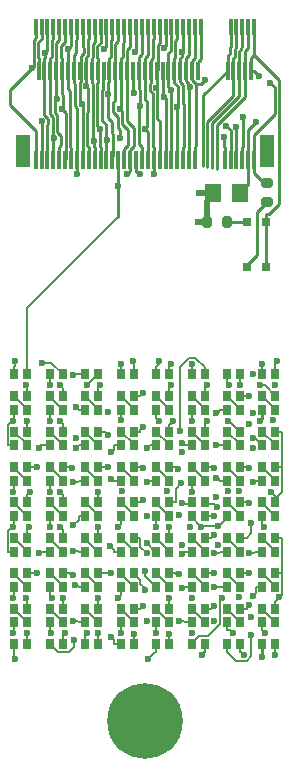
<source format=gbr>
%TF.GenerationSoftware,KiCad,Pcbnew,7.0.5*%
%TF.CreationDate,2023-09-01T16:08:52-05:00*%
%TF.ProjectId,Chimera_0004_Aurora,4368696d-6572-4615-9f30-3030345f4175,rev?*%
%TF.SameCoordinates,Original*%
%TF.FileFunction,Copper,L1,Top*%
%TF.FilePolarity,Positive*%
%FSLAX46Y46*%
G04 Gerber Fmt 4.6, Leading zero omitted, Abs format (unit mm)*
G04 Created by KiCad (PCBNEW 7.0.5) date 2023-09-01 16:08:52*
%MOMM*%
%LPD*%
G01*
G04 APERTURE LIST*
G04 Aperture macros list*
%AMRoundRect*
0 Rectangle with rounded corners*
0 $1 Rounding radius*
0 $2 $3 $4 $5 $6 $7 $8 $9 X,Y pos of 4 corners*
0 Add a 4 corners polygon primitive as box body*
4,1,4,$2,$3,$4,$5,$6,$7,$8,$9,$2,$3,0*
0 Add four circle primitives for the rounded corners*
1,1,$1+$1,$2,$3*
1,1,$1+$1,$4,$5*
1,1,$1+$1,$6,$7*
1,1,$1+$1,$8,$9*
0 Add four rect primitives between the rounded corners*
20,1,$1+$1,$2,$3,$4,$5,0*
20,1,$1+$1,$4,$5,$6,$7,0*
20,1,$1+$1,$6,$7,$8,$9,0*
20,1,$1+$1,$8,$9,$2,$3,0*%
G04 Aperture macros list end*
%TA.AperFunction,SMDPad,CuDef*%
%ADD10R,1.335001X1.500000*%
%TD*%
%TA.AperFunction,ComponentPad*%
%ADD11C,3.600000*%
%TD*%
%TA.AperFunction,ConnectorPad*%
%ADD12C,6.400000*%
%TD*%
%TA.AperFunction,SMDPad,CuDef*%
%ADD13R,0.700000X0.900000*%
%TD*%
%TA.AperFunction,SMDPad,CuDef*%
%ADD14R,0.350000X1.450000*%
%TD*%
%TA.AperFunction,SMDPad,CuDef*%
%ADD15R,0.300000X1.550013*%
%TD*%
%TA.AperFunction,SMDPad,CuDef*%
%ADD16R,0.300000X1.524003*%
%TD*%
%TA.AperFunction,SMDPad,CuDef*%
%ADD17R,1.300000X2.800000*%
%TD*%
%TA.AperFunction,SMDPad,CuDef*%
%ADD18RoundRect,0.200000X-0.275000X0.200000X-0.275000X-0.200000X0.275000X-0.200000X0.275000X0.200000X0*%
%TD*%
%TA.AperFunction,SMDPad,CuDef*%
%ADD19RoundRect,0.200000X-0.200000X-0.275000X0.200000X-0.275000X0.200000X0.275000X-0.200000X0.275000X0*%
%TD*%
%TA.AperFunction,SMDPad,CuDef*%
%ADD20R,0.800000X0.800000*%
%TD*%
%TA.AperFunction,ViaPad*%
%ADD21C,0.600000*%
%TD*%
%TA.AperFunction,Conductor*%
%ADD22C,0.254000*%
%TD*%
%TA.AperFunction,Conductor*%
%ADD23C,0.152400*%
%TD*%
%TA.AperFunction,Conductor*%
%ADD24C,0.500000*%
%TD*%
%TA.AperFunction,Conductor*%
%ADD25C,0.200000*%
%TD*%
G04 APERTURE END LIST*
D10*
%TO.P,F1,1,1*%
%TO.N,Net-(CN1-1-Pad3)*%
X120542494Y-105200000D03*
%TO.P,F1,2,2*%
%TO.N,+5V*%
X118257506Y-105200000D03*
%TD*%
D11*
%TO.P,H1,1*%
%TO.N,N/C*%
X112500000Y-149900000D03*
D12*
X112500000Y-149900000D03*
%TD*%
D13*
%TO.P,LED72,1,DO*%
%TO.N,Net-(LED53-DI)*%
X122449962Y-131415037D03*
%TO.P,LED72,2,GND*%
%TO.N,GND*%
X123550038Y-131415037D03*
%TO.P,LED72,3,DI*%
%TO.N,Net-(LED68-DO)*%
X123550038Y-129584963D03*
%TO.P,LED72,4,VDD*%
%TO.N,+5V*%
X122449962Y-129584963D03*
%TD*%
%TO.P,LED71,1,DO*%
%TO.N,Net-(LED52-DI)*%
X119449962Y-137415037D03*
%TO.P,LED71,2,GND*%
%TO.N,GND*%
X120550038Y-137415037D03*
%TO.P,LED71,3,DI*%
%TO.N,Net-(LED67-DO)*%
X120550038Y-135584963D03*
%TO.P,LED71,4,VDD*%
%TO.N,+5V*%
X119449962Y-135584963D03*
%TD*%
%TO.P,LED68,1,DO*%
%TO.N,Net-(LED68-DO)*%
X122449962Y-128415037D03*
%TO.P,LED68,2,GND*%
%TO.N,GND*%
X123550038Y-128415037D03*
%TO.P,LED68,3,DI*%
%TO.N,Net-(LED64-DO)*%
X123550038Y-126584963D03*
%TO.P,LED68,4,VDD*%
%TO.N,+5V*%
X122449962Y-126584963D03*
%TD*%
%TO.P,LED67,1,DO*%
%TO.N,Net-(LED67-DO)*%
X119449962Y-134415037D03*
%TO.P,LED67,2,GND*%
%TO.N,GND*%
X120550038Y-134415037D03*
%TO.P,LED67,3,DI*%
%TO.N,Net-(LED63-DO)*%
X120550038Y-132584963D03*
%TO.P,LED67,4,VDD*%
%TO.N,+5V*%
X119449962Y-132584963D03*
%TD*%
%TO.P,LED65,1,DO*%
%TO.N,LED_DO*%
X122449962Y-143415037D03*
%TO.P,LED65,2,GND*%
%TO.N,GND*%
X123550038Y-143415037D03*
%TO.P,LED65,3,DI*%
%TO.N,Net-(LED61-DO)*%
X123550038Y-141584963D03*
%TO.P,LED65,4,VDD*%
%TO.N,+5V*%
X122449962Y-141584963D03*
%TD*%
%TO.P,LED64,1,DO*%
%TO.N,Net-(LED64-DO)*%
X122449962Y-125415037D03*
%TO.P,LED64,2,GND*%
%TO.N,GND*%
X123550038Y-125415037D03*
%TO.P,LED64,3,DI*%
%TO.N,Net-(LED60-DO)*%
X123550038Y-123584963D03*
%TO.P,LED64,4,VDD*%
%TO.N,+5V*%
X122449962Y-123584963D03*
%TD*%
%TO.P,LED63,1,DO*%
%TO.N,Net-(LED63-DO)*%
X119449962Y-131415037D03*
%TO.P,LED63,2,GND*%
%TO.N,GND*%
X120550038Y-131415037D03*
%TO.P,LED63,3,DI*%
%TO.N,Net-(LED59-DO)*%
X120550038Y-129584963D03*
%TO.P,LED63,4,VDD*%
%TO.N,+5V*%
X119449962Y-129584963D03*
%TD*%
%TO.P,LED61,1,DO*%
%TO.N,Net-(LED61-DO)*%
X122449962Y-140415037D03*
%TO.P,LED61,2,GND*%
%TO.N,GND*%
X123550038Y-140415037D03*
%TO.P,LED61,3,DI*%
%TO.N,Net-(LED57-DO)*%
X123550038Y-138584963D03*
%TO.P,LED61,4,VDD*%
%TO.N,+5V*%
X122449962Y-138584963D03*
%TD*%
%TO.P,LED60,1,DO*%
%TO.N,Net-(LED60-DO)*%
X122449962Y-122415037D03*
%TO.P,LED60,2,GND*%
%TO.N,GND*%
X123550038Y-122415037D03*
%TO.P,LED60,3,DI*%
%TO.N,Net-(LED56-DO)*%
X123550038Y-120584963D03*
%TO.P,LED60,4,VDD*%
%TO.N,+5V*%
X122449962Y-120584963D03*
%TD*%
%TO.P,LED59,1,DO*%
%TO.N,Net-(LED59-DO)*%
X119449962Y-128415037D03*
%TO.P,LED59,2,GND*%
%TO.N,GND*%
X120550038Y-128415037D03*
%TO.P,LED59,3,DI*%
%TO.N,Net-(LED55-DO)*%
X120550038Y-126584963D03*
%TO.P,LED59,4,VDD*%
%TO.N,+5V*%
X119449962Y-126584963D03*
%TD*%
%TO.P,LED57,1,DO*%
%TO.N,Net-(LED57-DO)*%
X122449962Y-137415037D03*
%TO.P,LED57,2,GND*%
%TO.N,GND*%
X123550038Y-137415037D03*
%TO.P,LED57,3,DI*%
%TO.N,Net-(LED53-DO)*%
X123550038Y-135584963D03*
%TO.P,LED57,4,VDD*%
%TO.N,+5V*%
X122449962Y-135584963D03*
%TD*%
%TO.P,LED56,1,DO*%
%TO.N,Net-(LED56-DO)*%
X119449962Y-143415037D03*
%TO.P,LED56,2,GND*%
%TO.N,GND*%
X120550038Y-143415037D03*
%TO.P,LED56,3,DI*%
%TO.N,Net-(LED52-DO)*%
X120550038Y-141584963D03*
%TO.P,LED56,4,VDD*%
%TO.N,+5V*%
X119449962Y-141584963D03*
%TD*%
%TO.P,LED55,1,DO*%
%TO.N,Net-(LED55-DO)*%
X119449962Y-125415037D03*
%TO.P,LED55,2,GND*%
%TO.N,GND*%
X120550038Y-125415037D03*
%TO.P,LED55,3,DI*%
%TO.N,Net-(LED51-DO)*%
X120550038Y-123584963D03*
%TO.P,LED55,4,VDD*%
%TO.N,+5V*%
X119449962Y-123584963D03*
%TD*%
%TO.P,LED53,1,DO*%
%TO.N,Net-(LED53-DO)*%
X122449962Y-134415037D03*
%TO.P,LED53,2,GND*%
%TO.N,GND*%
X123550038Y-134415037D03*
%TO.P,LED53,3,DI*%
%TO.N,Net-(LED53-DI)*%
X123550038Y-132584963D03*
%TO.P,LED53,4,VDD*%
%TO.N,+5V*%
X122449962Y-132584963D03*
%TD*%
%TO.P,LED52,1,DO*%
%TO.N,Net-(LED52-DO)*%
X119449962Y-140415037D03*
%TO.P,LED52,2,GND*%
%TO.N,GND*%
X120550038Y-140415037D03*
%TO.P,LED52,3,DI*%
%TO.N,Net-(LED52-DI)*%
X120550038Y-138584963D03*
%TO.P,LED52,4,VDD*%
%TO.N,+5V*%
X119449962Y-138584963D03*
%TD*%
%TO.P,LED51,1,DO*%
%TO.N,Net-(LED51-DO)*%
X119449962Y-122415037D03*
%TO.P,LED51,2,GND*%
%TO.N,GND*%
X120550038Y-122415037D03*
%TO.P,LED51,3,DI*%
%TO.N,Net-(LED50-DO)*%
X120550038Y-120584963D03*
%TO.P,LED51,4,VDD*%
%TO.N,+5V*%
X119449962Y-120584963D03*
%TD*%
%TO.P,LED50,1,DO*%
%TO.N,Net-(LED50-DO)*%
X116449962Y-143415037D03*
%TO.P,LED50,2,GND*%
%TO.N,GND*%
X117550038Y-143415037D03*
%TO.P,LED50,3,DI*%
%TO.N,Net-(LED46-DO)*%
X117550038Y-141584963D03*
%TO.P,LED50,4,VDD*%
%TO.N,+5V*%
X116449962Y-141584963D03*
%TD*%
%TO.P,LED49,1,DO*%
%TO.N,Net-(LED30-DI)*%
X116449962Y-125415037D03*
%TO.P,LED49,2,GND*%
%TO.N,GND*%
X117550038Y-125415037D03*
%TO.P,LED49,3,DI*%
%TO.N,Net-(LED45-DO)*%
X117550038Y-123584963D03*
%TO.P,LED49,4,VDD*%
%TO.N,+5V*%
X116449962Y-123584963D03*
%TD*%
%TO.P,LED48,1,DO*%
%TO.N,Net-(LED29-DI)*%
X113449962Y-131415037D03*
%TO.P,LED48,2,GND*%
%TO.N,GND*%
X114550038Y-131415037D03*
%TO.P,LED48,3,DI*%
%TO.N,Net-(LED44-DO)*%
X114550038Y-129584963D03*
%TO.P,LED48,4,VDD*%
%TO.N,+5V*%
X113449962Y-129584963D03*
%TD*%
%TO.P,LED47,1,DO*%
%TO.N,Net-(LED28-DI)*%
X110449962Y-137415037D03*
%TO.P,LED47,2,GND*%
%TO.N,GND*%
X111550038Y-137415037D03*
%TO.P,LED47,3,DI*%
%TO.N,Net-(LED43-DO)*%
X111550038Y-135584963D03*
%TO.P,LED47,4,VDD*%
%TO.N,+5V*%
X110449962Y-135584963D03*
%TD*%
%TO.P,LED46,1,DO*%
%TO.N,Net-(LED46-DO)*%
X116449962Y-140415037D03*
%TO.P,LED46,2,GND*%
%TO.N,GND*%
X117550038Y-140415037D03*
%TO.P,LED46,3,DI*%
%TO.N,Net-(LED42-DO)*%
X117550038Y-138584963D03*
%TO.P,LED46,4,VDD*%
%TO.N,+5V*%
X116449962Y-138584963D03*
%TD*%
%TO.P,LED45,1,DO*%
%TO.N,Net-(LED45-DO)*%
X116449962Y-122415037D03*
%TO.P,LED45,2,GND*%
%TO.N,GND*%
X117550038Y-122415037D03*
%TO.P,LED45,3,DI*%
%TO.N,Net-(LED41-DO)*%
X117550038Y-120584963D03*
%TO.P,LED45,4,VDD*%
%TO.N,+5V*%
X116449962Y-120584963D03*
%TD*%
%TO.P,LED44,1,DO*%
%TO.N,Net-(LED44-DO)*%
X113449962Y-128415037D03*
%TO.P,LED44,2,GND*%
%TO.N,GND*%
X114550038Y-128415037D03*
%TO.P,LED44,3,DI*%
%TO.N,Net-(LED40-DO)*%
X114550038Y-126584963D03*
%TO.P,LED44,4,VDD*%
%TO.N,+5V*%
X113449962Y-126584963D03*
%TD*%
%TO.P,LED43,1,DO*%
%TO.N,Net-(LED43-DO)*%
X110449962Y-134415037D03*
%TO.P,LED43,2,GND*%
%TO.N,GND*%
X111550038Y-134415037D03*
%TO.P,LED43,3,DI*%
%TO.N,Net-(LED39-DO)*%
X111550038Y-132584963D03*
%TO.P,LED43,4,VDD*%
%TO.N,+5V*%
X110449962Y-132584963D03*
%TD*%
%TO.P,LED42,1,DO*%
%TO.N,Net-(LED42-DO)*%
X116449962Y-137415037D03*
%TO.P,LED42,2,GND*%
%TO.N,GND*%
X117550038Y-137415037D03*
%TO.P,LED42,3,DI*%
%TO.N,Net-(LED38-DO)*%
X117550038Y-135584963D03*
%TO.P,LED42,4,VDD*%
%TO.N,+5V*%
X116449962Y-135584963D03*
%TD*%
%TO.P,LED41,1,DO*%
%TO.N,Net-(LED41-DO)*%
X113449962Y-143415037D03*
%TO.P,LED41,2,GND*%
%TO.N,GND*%
X114550038Y-143415037D03*
%TO.P,LED41,3,DI*%
%TO.N,Net-(LED37-DO)*%
X114550038Y-141584963D03*
%TO.P,LED41,4,VDD*%
%TO.N,+5V*%
X113449962Y-141584963D03*
%TD*%
%TO.P,LED40,1,DO*%
%TO.N,Net-(LED40-DO)*%
X113449962Y-125415037D03*
%TO.P,LED40,2,GND*%
%TO.N,GND*%
X114550038Y-125415037D03*
%TO.P,LED40,3,DI*%
%TO.N,Net-(LED36-DO)*%
X114550038Y-123584963D03*
%TO.P,LED40,4,VDD*%
%TO.N,+5V*%
X113449962Y-123584963D03*
%TD*%
%TO.P,LED39,1,DO*%
%TO.N,Net-(LED39-DO)*%
X110449962Y-131415037D03*
%TO.P,LED39,2,GND*%
%TO.N,GND*%
X111550038Y-131415037D03*
%TO.P,LED39,3,DI*%
%TO.N,Net-(LED35-DO)*%
X111550038Y-129584963D03*
%TO.P,LED39,4,VDD*%
%TO.N,+5V*%
X110449962Y-129584963D03*
%TD*%
%TO.P,LED38,1,DO*%
%TO.N,Net-(LED38-DO)*%
X116449962Y-134415037D03*
%TO.P,LED38,2,GND*%
%TO.N,GND*%
X117550038Y-134415037D03*
%TO.P,LED38,3,DI*%
%TO.N,Net-(LED34-DO)*%
X117550038Y-132584963D03*
%TO.P,LED38,4,VDD*%
%TO.N,+5V*%
X116449962Y-132584963D03*
%TD*%
%TO.P,LED37,1,DO*%
%TO.N,Net-(LED37-DO)*%
X113449962Y-140415037D03*
%TO.P,LED37,2,GND*%
%TO.N,GND*%
X114550038Y-140415037D03*
%TO.P,LED37,3,DI*%
%TO.N,Net-(LED33-DO)*%
X114550038Y-138584963D03*
%TO.P,LED37,4,VDD*%
%TO.N,+5V*%
X113449962Y-138584963D03*
%TD*%
%TO.P,LED36,1,DO*%
%TO.N,Net-(LED36-DO)*%
X113449962Y-122415037D03*
%TO.P,LED36,2,GND*%
%TO.N,GND*%
X114550038Y-122415037D03*
%TO.P,LED36,3,DI*%
%TO.N,Net-(LED32-DO)*%
X114550038Y-120584963D03*
%TO.P,LED36,4,VDD*%
%TO.N,+5V*%
X113449962Y-120584963D03*
%TD*%
%TO.P,LED35,1,DO*%
%TO.N,Net-(LED35-DO)*%
X110449962Y-128415037D03*
%TO.P,LED35,2,GND*%
%TO.N,GND*%
X111550038Y-128415037D03*
%TO.P,LED35,3,DI*%
%TO.N,Net-(LED31-DO)*%
X111550038Y-126584963D03*
%TO.P,LED35,4,VDD*%
%TO.N,+5V*%
X110449962Y-126584963D03*
%TD*%
%TO.P,LED34,1,DO*%
%TO.N,Net-(LED34-DO)*%
X116449962Y-131415037D03*
%TO.P,LED34,2,GND*%
%TO.N,GND*%
X117550038Y-131415037D03*
%TO.P,LED34,3,DI*%
%TO.N,Net-(LED30-DO)*%
X117550038Y-129584963D03*
%TO.P,LED34,4,VDD*%
%TO.N,+5V*%
X116449962Y-129584963D03*
%TD*%
%TO.P,LED33,1,DO*%
%TO.N,Net-(LED33-DO)*%
X113449962Y-137415037D03*
%TO.P,LED33,2,GND*%
%TO.N,GND*%
X114550038Y-137415037D03*
%TO.P,LED33,3,DI*%
%TO.N,Net-(LED29-DO)*%
X114550038Y-135584963D03*
%TO.P,LED33,4,VDD*%
%TO.N,+5V*%
X113449962Y-135584963D03*
%TD*%
%TO.P,LED32,1,DO*%
%TO.N,Net-(LED32-DO)*%
X110449962Y-143415037D03*
%TO.P,LED32,2,GND*%
%TO.N,GND*%
X111550038Y-143415037D03*
%TO.P,LED32,3,DI*%
%TO.N,Net-(LED28-DO)*%
X111550038Y-141584963D03*
%TO.P,LED32,4,VDD*%
%TO.N,+5V*%
X110449962Y-141584963D03*
%TD*%
%TO.P,LED31,1,DO*%
%TO.N,Net-(LED31-DO)*%
X110449962Y-125415037D03*
%TO.P,LED31,2,GND*%
%TO.N,GND*%
X111550038Y-125415037D03*
%TO.P,LED31,3,DI*%
%TO.N,Net-(LED27-DO)*%
X111550038Y-123584963D03*
%TO.P,LED31,4,VDD*%
%TO.N,+5V*%
X110449962Y-123584963D03*
%TD*%
%TO.P,LED30,1,DO*%
%TO.N,Net-(LED30-DO)*%
X116449962Y-128415037D03*
%TO.P,LED30,2,GND*%
%TO.N,GND*%
X117550038Y-128415037D03*
%TO.P,LED30,3,DI*%
%TO.N,Net-(LED30-DI)*%
X117550038Y-126584963D03*
%TO.P,LED30,4,VDD*%
%TO.N,+5V*%
X116449962Y-126584963D03*
%TD*%
%TO.P,LED29,1,DO*%
%TO.N,Net-(LED29-DO)*%
X113449962Y-134415037D03*
%TO.P,LED29,2,GND*%
%TO.N,GND*%
X114550038Y-134415037D03*
%TO.P,LED29,3,DI*%
%TO.N,Net-(LED29-DI)*%
X114550038Y-132584963D03*
%TO.P,LED29,4,VDD*%
%TO.N,+5V*%
X113449962Y-132584963D03*
%TD*%
%TO.P,LED28,1,DO*%
%TO.N,Net-(LED28-DO)*%
X110449962Y-140415037D03*
%TO.P,LED28,2,GND*%
%TO.N,GND*%
X111550038Y-140415037D03*
%TO.P,LED28,3,DI*%
%TO.N,Net-(LED28-DI)*%
X111550038Y-138584963D03*
%TO.P,LED28,4,VDD*%
%TO.N,+5V*%
X110449962Y-138584963D03*
%TD*%
%TO.P,LED27,1,DO*%
%TO.N,Net-(LED27-DO)*%
X110449962Y-122415037D03*
%TO.P,LED27,2,GND*%
%TO.N,GND*%
X111550038Y-122415037D03*
%TO.P,LED27,3,DI*%
%TO.N,Net-(LED26-DO)*%
X111550038Y-120584963D03*
%TO.P,LED27,4,VDD*%
%TO.N,+5V*%
X110449962Y-120584963D03*
%TD*%
%TO.P,LED21,4,VDD*%
%TO.N,+5V*%
X107449962Y-126584963D03*
%TO.P,LED21,3,DI*%
%TO.N,Net-(LED20-DO)*%
X108550038Y-126584963D03*
%TO.P,LED21,2,GND*%
%TO.N,GND*%
X108550038Y-128415037D03*
%TO.P,LED21,1,DO*%
%TO.N,Net-(LED21-DO)*%
X107449962Y-128415037D03*
%TD*%
%TO.P,LED23,4,VDD*%
%TO.N,+5V*%
X107449962Y-132584963D03*
%TO.P,LED23,3,DI*%
%TO.N,Net-(LED22-DO)*%
X108550038Y-132584963D03*
%TO.P,LED23,2,GND*%
%TO.N,GND*%
X108550038Y-134415037D03*
%TO.P,LED23,1,DO*%
%TO.N,Net-(LED23-DO)*%
X107449962Y-134415037D03*
%TD*%
%TO.P,LED26,4,VDD*%
%TO.N,+5V*%
X107449962Y-141584963D03*
%TO.P,LED26,3,DI*%
%TO.N,Net-(LED25-DO)*%
X108550038Y-141584963D03*
%TO.P,LED26,2,GND*%
%TO.N,GND*%
X108550038Y-143415037D03*
%TO.P,LED26,1,DO*%
%TO.N,Net-(LED26-DO)*%
X107449962Y-143415037D03*
%TD*%
%TO.P,LED25,4,VDD*%
%TO.N,+5V*%
X107449962Y-138584963D03*
%TO.P,LED25,3,DI*%
%TO.N,Net-(LED24-DO)*%
X108550038Y-138584963D03*
%TO.P,LED25,2,GND*%
%TO.N,GND*%
X108550038Y-140415037D03*
%TO.P,LED25,1,DO*%
%TO.N,Net-(LED25-DO)*%
X107449962Y-140415037D03*
%TD*%
%TO.P,LED22,4,VDD*%
%TO.N,+5V*%
X107449962Y-129584963D03*
%TO.P,LED22,3,DI*%
%TO.N,Net-(LED21-DO)*%
X108550038Y-129584963D03*
%TO.P,LED22,2,GND*%
%TO.N,GND*%
X108550038Y-131415037D03*
%TO.P,LED22,1,DO*%
%TO.N,Net-(LED22-DO)*%
X107449962Y-131415037D03*
%TD*%
%TO.P,LED24,4,VDD*%
%TO.N,+5V*%
X107449962Y-135584963D03*
%TO.P,LED24,3,DI*%
%TO.N,Net-(LED23-DO)*%
X108550038Y-135584963D03*
%TO.P,LED24,2,GND*%
%TO.N,GND*%
X108550038Y-137415037D03*
%TO.P,LED24,1,DO*%
%TO.N,Net-(LED24-DO)*%
X107449962Y-137415037D03*
%TD*%
%TO.P,LED8,1,DO*%
%TO.N,Net-(LED8-DO)*%
X101449962Y-137415037D03*
%TO.P,LED8,2,GND*%
%TO.N,GND*%
X102550038Y-137415037D03*
%TO.P,LED8,3,DI*%
%TO.N,Net-(LED7-DO)*%
X102550038Y-135584963D03*
%TO.P,LED8,4,VDD*%
%TO.N,+5V*%
X101449962Y-135584963D03*
%TD*%
%TO.P,LED11,1,DO*%
%TO.N,Net-(LED11-DO)*%
X104449962Y-122415037D03*
%TO.P,LED11,2,GND*%
%TO.N,GND*%
X105550038Y-122415037D03*
%TO.P,LED11,3,DI*%
%TO.N,Net-(LED10-DO)*%
X105550038Y-120584963D03*
%TO.P,LED11,4,VDD*%
%TO.N,+5V*%
X104449962Y-120584963D03*
%TD*%
%TO.P,LED14,1,DO*%
%TO.N,Net-(LED14-DO)*%
X104449962Y-131415037D03*
%TO.P,LED14,2,GND*%
%TO.N,GND*%
X105550038Y-131415037D03*
%TO.P,LED14,3,DI*%
%TO.N,Net-(LED13-DO)*%
X105550038Y-129584963D03*
%TO.P,LED14,4,VDD*%
%TO.N,+5V*%
X104449962Y-129584963D03*
%TD*%
%TO.P,LED20,1,DO*%
%TO.N,Net-(LED20-DO)*%
X107449962Y-125415037D03*
%TO.P,LED20,2,GND*%
%TO.N,GND*%
X108550038Y-125415037D03*
%TO.P,LED20,3,DI*%
%TO.N,Net-(LED19-DO)*%
X108550038Y-123584963D03*
%TO.P,LED20,4,VDD*%
%TO.N,+5V*%
X107449962Y-123584963D03*
%TD*%
%TO.P,LED5,1,DO*%
%TO.N,Net-(LED5-DO)*%
X101449962Y-128415037D03*
%TO.P,LED5,2,GND*%
%TO.N,GND*%
X102550038Y-128415037D03*
%TO.P,LED5,3,DI*%
%TO.N,Net-(LED4-DO)*%
X102550038Y-126584963D03*
%TO.P,LED5,4,VDD*%
%TO.N,+5V*%
X101449962Y-126584963D03*
%TD*%
%TO.P,LED6,1,DO*%
%TO.N,Net-(LED6-DO)*%
X101449962Y-131415037D03*
%TO.P,LED6,2,GND*%
%TO.N,GND*%
X102550038Y-131415037D03*
%TO.P,LED6,3,DI*%
%TO.N,Net-(LED5-DO)*%
X102550038Y-129584963D03*
%TO.P,LED6,4,VDD*%
%TO.N,+5V*%
X101449962Y-129584963D03*
%TD*%
%TO.P,LED19,1,DO*%
%TO.N,Net-(LED19-DO)*%
X107449962Y-122415037D03*
%TO.P,LED19,2,GND*%
%TO.N,GND*%
X108550038Y-122415037D03*
%TO.P,LED19,3,DI*%
%TO.N,Net-(LED18-DO)*%
X108550038Y-120584963D03*
%TO.P,LED19,4,VDD*%
%TO.N,+5V*%
X107449962Y-120584963D03*
%TD*%
%TO.P,LED4,1,DO*%
%TO.N,Net-(LED4-DO)*%
X101449962Y-125415037D03*
%TO.P,LED4,2,GND*%
%TO.N,GND*%
X102550038Y-125415037D03*
%TO.P,LED4,3,DI*%
%TO.N,Net-(LED3-DO)*%
X102550038Y-123584963D03*
%TO.P,LED4,4,VDD*%
%TO.N,+5V*%
X101449962Y-123584963D03*
%TD*%
%TO.P,LED3,1,DO*%
%TO.N,Net-(LED3-DO)*%
X101449962Y-122415037D03*
%TO.P,LED3,2,GND*%
%TO.N,GND*%
X102550038Y-122415037D03*
%TO.P,LED3,3,DI*%
%TO.N,LED_DI*%
X102550038Y-120584963D03*
%TO.P,LED3,4,VDD*%
%TO.N,+5V*%
X101449962Y-120584963D03*
%TD*%
%TO.P,LED12,1,DO*%
%TO.N,Net-(LED12-DO)*%
X104449962Y-125415037D03*
%TO.P,LED12,2,GND*%
%TO.N,GND*%
X105550038Y-125415037D03*
%TO.P,LED12,3,DI*%
%TO.N,Net-(LED11-DO)*%
X105550038Y-123584963D03*
%TO.P,LED12,4,VDD*%
%TO.N,+5V*%
X104449962Y-123584963D03*
%TD*%
%TO.P,LED13,1,DO*%
%TO.N,Net-(LED13-DO)*%
X104449962Y-128415037D03*
%TO.P,LED13,2,GND*%
%TO.N,GND*%
X105550038Y-128415037D03*
%TO.P,LED13,3,DI*%
%TO.N,Net-(LED12-DO)*%
X105550038Y-126584963D03*
%TO.P,LED13,4,VDD*%
%TO.N,+5V*%
X104449962Y-126584963D03*
%TD*%
%TO.P,LED7,1,DO*%
%TO.N,Net-(LED7-DO)*%
X101449962Y-134415037D03*
%TO.P,LED7,2,GND*%
%TO.N,GND*%
X102550038Y-134415037D03*
%TO.P,LED7,3,DI*%
%TO.N,Net-(LED6-DO)*%
X102550038Y-132584963D03*
%TO.P,LED7,4,VDD*%
%TO.N,+5V*%
X101449962Y-132584963D03*
%TD*%
%TO.P,LED15,4,VDD*%
%TO.N,+5V*%
X104449962Y-132584963D03*
%TO.P,LED15,3,DI*%
%TO.N,Net-(LED14-DO)*%
X105550038Y-132584963D03*
%TO.P,LED15,2,GND*%
%TO.N,GND*%
X105550038Y-134415037D03*
%TO.P,LED15,1,DO*%
%TO.N,Net-(LED15-DO)*%
X104449962Y-134415037D03*
%TD*%
%TO.P,LED16,4,VDD*%
%TO.N,+5V*%
X104449962Y-135584963D03*
%TO.P,LED16,3,DI*%
%TO.N,Net-(LED15-DO)*%
X105550038Y-135584963D03*
%TO.P,LED16,2,GND*%
%TO.N,GND*%
X105550038Y-137415037D03*
%TO.P,LED16,1,DO*%
%TO.N,Net-(LED16-DO)*%
X104449962Y-137415037D03*
%TD*%
%TO.P,LED10,4,VDD*%
%TO.N,+5V*%
X101449962Y-141584963D03*
%TO.P,LED10,3,DI*%
%TO.N,Net-(LED10-DI)*%
X102550038Y-141584963D03*
%TO.P,LED10,2,GND*%
%TO.N,GND*%
X102550038Y-143415037D03*
%TO.P,LED10,1,DO*%
%TO.N,Net-(LED10-DO)*%
X101449962Y-143415037D03*
%TD*%
%TO.P,LED17,1,DO*%
%TO.N,Net-(LED17-DO)*%
X104449962Y-140415037D03*
%TO.P,LED17,2,GND*%
%TO.N,GND*%
X105550038Y-140415037D03*
%TO.P,LED17,3,DI*%
%TO.N,Net-(LED16-DO)*%
X105550038Y-138584963D03*
%TO.P,LED17,4,VDD*%
%TO.N,+5V*%
X104449962Y-138584963D03*
%TD*%
%TO.P,LED18,1,DO*%
%TO.N,Net-(LED18-DO)*%
X104449962Y-143415037D03*
%TO.P,LED18,2,GND*%
%TO.N,GND*%
X105550038Y-143415037D03*
%TO.P,LED18,3,DI*%
%TO.N,Net-(LED17-DO)*%
X105550038Y-141584963D03*
%TO.P,LED18,4,VDD*%
%TO.N,+5V*%
X104449962Y-141584963D03*
%TD*%
%TO.P,LED9,4,VDD*%
%TO.N,+5V*%
X101449962Y-138584963D03*
%TO.P,LED9,3,DI*%
%TO.N,Net-(LED8-DO)*%
X102550038Y-138584963D03*
%TO.P,LED9,2,GND*%
%TO.N,GND*%
X102550038Y-140415037D03*
%TO.P,LED9,1,DO*%
%TO.N,Net-(LED10-DI)*%
X101449962Y-140415037D03*
%TD*%
D14*
%TO.P,U2,1,1*%
%TO.N,GND*%
X103250000Y-91175000D03*
%TO.P,U2,3,1*%
%TO.N,Net-(CN1-1-Pad74)*%
X103750000Y-91175000D03*
%TO.P,U2,5,1*%
%TO.N,Net-(CN1-1-Pad71)*%
X104250000Y-91175000D03*
%TO.P,U2,7,1*%
%TO.N,Net-(CN1-1-Pad69)*%
X104750000Y-91175000D03*
%TO.P,U2,9,1*%
%TO.N,Net-(CN1-1-Pad67)*%
X105250000Y-91175000D03*
%TO.P,U2,11,1*%
%TO.N,Net-(CN1-1-Pad66)*%
X105750000Y-91175000D03*
%TO.P,U2,13,13*%
%TO.N,Net-(CN1-20-Pad63)*%
X106250000Y-91175000D03*
%TO.P,U2,15,15*%
%TO.N,Net-(CN1-20-Pad61)*%
X106750000Y-91175000D03*
%TO.P,U2,17,17*%
%TO.N,Net-(CN1-20-Pad59)*%
X107250000Y-91175000D03*
%TO.P,U2,19,19*%
%TO.N,Net-(CN1-20-Pad57)*%
X107750000Y-91175000D03*
%TO.P,U2,21,20*%
%TO.N,Net-(CN1-20-Pad55)*%
X108250000Y-91175000D03*
%TO.P,U2,23,20*%
%TO.N,Net-(CN1-20-Pad53)*%
X108750000Y-91175000D03*
%TO.P,U2,25,20*%
%TO.N,Net-(CN1-20-Pad51)*%
X109250000Y-91175000D03*
%TO.P,U2,27,20*%
%TO.N,Net-(CN1-20-Pad49)*%
X109750000Y-91175000D03*
%TO.P,U2,29,20*%
%TO.N,LED_DO*%
X110250000Y-91175000D03*
%TO.P,U2,31,20*%
%TO.N,Net-(CN1-20-Pad45)*%
X110750000Y-91175000D03*
%TO.P,U2,33,20*%
%TO.N,Net-(CN1-20-Pad43)*%
X111250000Y-91175000D03*
%TO.P,U2,35,20*%
%TO.N,Net-(CN1-20-Pad41)*%
X111750000Y-91175000D03*
%TO.P,U2,37,20*%
%TO.N,Net-(CN1-20-Pad39)*%
X112250000Y-91175000D03*
%TO.P,U2,39,20*%
%TO.N,Net-(CN1-20-Pad37)*%
X112750000Y-91175000D03*
%TO.P,U2,41,20*%
%TO.N,Net-(CN1-20-Pad35)*%
X113250000Y-91175000D03*
%TO.P,U2,43,20*%
%TO.N,Net-(CN1-20-Pad33)*%
X113750000Y-91175000D03*
%TO.P,U2,45,20*%
%TO.N,Net-(CN1-20-Pad31)*%
X114250000Y-91175000D03*
%TO.P,U2,47,20*%
%TO.N,Net-(CN1-20-Pad29)*%
X114750000Y-91175000D03*
%TO.P,U2,49,20*%
%TO.N,Net-(CN1-20-Pad27)*%
X115250000Y-91175000D03*
%TO.P,U2,51,20*%
%TO.N,Net-(CN1-20-Pad25)*%
X115750000Y-91175000D03*
%TO.P,U2,53,20*%
%TO.N,Net-(CN1-20-Pad23)*%
X116250000Y-91175000D03*
%TO.P,U2,55,20*%
%TO.N,Net-(CN1-20-Pad21)*%
X116750000Y-91175000D03*
%TO.P,U2,57,20*%
%TO.N,20*%
X117250000Y-91175000D03*
%TO.P,U2,67,1*%
%TO.N,10*%
X119750000Y-91175000D03*
%TO.P,U2,69,1*%
%TO.N,8*%
X120250000Y-91175000D03*
%TO.P,U2,71,1*%
%TO.N,6*%
X120750000Y-91175000D03*
%TO.P,U2,73,1*%
%TO.N,4*%
X121250000Y-91175000D03*
%TO.P,U2,75,1*%
%TO.N,GND*%
X121750000Y-91175000D03*
%TD*%
D15*
%TO.P,CN1,1,1*%
%TO.N,+3V3*%
X121749836Y-102400029D03*
%TO.P,CN1,2,1*%
%TO.N,GND*%
X121499900Y-94850117D03*
%TO.P,CN1,3,1*%
%TO.N,Net-(CN1-1-Pad3)*%
X121249964Y-102400029D03*
%TO.P,CN1,4,1*%
%TO.N,4*%
X120999773Y-94850117D03*
%TO.P,CN1,5,1*%
%TO.N,Net-(CN1-1-Pad5)*%
X120749836Y-102400029D03*
%TO.P,CN1,6,1*%
%TO.N,6*%
X120499900Y-94850117D03*
%TO.P,CN1,7,1*%
%TO.N,Net-(CN1-1-Pad7)*%
X120249964Y-102400029D03*
%TO.P,CN1,8,1*%
%TO.N,8*%
X119999773Y-94850117D03*
%TO.P,CN1,9,1*%
%TO.N,Net-(CN1-1-Pad9)*%
X119749836Y-102400029D03*
%TO.P,CN1,10,1*%
%TO.N,10*%
X119499900Y-94850117D03*
%TO.P,CN1,11,1*%
%TO.N,Net-(CN1-1-Pad11)*%
X119249964Y-102400029D03*
%TO.P,CN1,20,20*%
%TO.N,20*%
X116999773Y-94850117D03*
%TO.P,CN1,21,20*%
%TO.N,Net-(CN1-20-Pad21)*%
X116749836Y-102400029D03*
%TO.P,CN1,22,20*%
X116499900Y-94850117D03*
%TO.P,CN1,23,20*%
%TO.N,Net-(CN1-20-Pad23)*%
X116249964Y-102400029D03*
%TO.P,CN1,24,20*%
X115999773Y-94850117D03*
%TO.P,CN1,25,20*%
%TO.N,Net-(CN1-20-Pad25)*%
X115749836Y-102400029D03*
%TO.P,CN1,26,20*%
X115499900Y-94850117D03*
%TO.P,CN1,27,20*%
%TO.N,Net-(CN1-20-Pad27)*%
X115249964Y-102400029D03*
%TO.P,CN1,28,20*%
X114999773Y-94850117D03*
%TO.P,CN1,29,20*%
%TO.N,Net-(CN1-20-Pad29)*%
X114749836Y-102400029D03*
%TO.P,CN1,30,20*%
X114499900Y-94850117D03*
%TO.P,CN1,31,20*%
%TO.N,Net-(CN1-20-Pad31)*%
X114249964Y-102400029D03*
%TO.P,CN1,32,20*%
X113999773Y-94850117D03*
%TO.P,CN1,33,20*%
%TO.N,Net-(CN1-20-Pad33)*%
X113749836Y-102400029D03*
%TO.P,CN1,34,20*%
X113499900Y-94850117D03*
%TO.P,CN1,35,20*%
%TO.N,Net-(CN1-20-Pad35)*%
X113249964Y-102400029D03*
%TO.P,CN1,36,20*%
X112999773Y-94850117D03*
%TO.P,CN1,37,20*%
%TO.N,Net-(CN1-20-Pad37)*%
X112749836Y-102400029D03*
%TO.P,CN1,38,20*%
X112499900Y-94850117D03*
%TO.P,CN1,39,20*%
%TO.N,Net-(CN1-20-Pad39)*%
X112249964Y-102400029D03*
%TO.P,CN1,40,20*%
X111999773Y-94850117D03*
%TO.P,CN1,41,20*%
%TO.N,Net-(CN1-20-Pad41)*%
X111749836Y-102400029D03*
%TO.P,CN1,42,20*%
X111499900Y-94850371D03*
%TO.P,CN1,43,20*%
%TO.N,Net-(CN1-20-Pad43)*%
X111249964Y-102400029D03*
%TO.P,CN1,44,20*%
X110999773Y-94850371D03*
%TO.P,CN1,45,20*%
%TO.N,Net-(CN1-20-Pad45)*%
X110749836Y-102400029D03*
%TO.P,CN1,46,20*%
X110499900Y-94850371D03*
%TO.P,CN1,47,20*%
%TO.N,LED_DI*%
X110249964Y-102400029D03*
%TO.P,CN1,48,20*%
%TO.N,LED_DO*%
X109999773Y-94850371D03*
%TO.P,CN1,49,20*%
%TO.N,Net-(CN1-20-Pad49)*%
X109749836Y-102400029D03*
%TO.P,CN1,50,20*%
X109499900Y-94850371D03*
%TO.P,CN1,51,20*%
%TO.N,Net-(CN1-20-Pad51)*%
X109249964Y-102400029D03*
%TO.P,CN1,52,20*%
X108999773Y-94850371D03*
%TO.P,CN1,53,20*%
%TO.N,Net-(CN1-20-Pad53)*%
X108749836Y-102400029D03*
%TO.P,CN1,54,20*%
X108499900Y-94850371D03*
%TO.P,CN1,55,20*%
%TO.N,Net-(CN1-20-Pad55)*%
X108249964Y-102400029D03*
%TO.P,CN1,56,20*%
X107999773Y-94850371D03*
%TO.P,CN1,57,20*%
%TO.N,Net-(CN1-20-Pad57)*%
X107749836Y-102400029D03*
%TO.P,CN1,58,20*%
X107499900Y-94850371D03*
D16*
%TO.P,CN1,59,20*%
%TO.N,Net-(CN1-20-Pad59)*%
X107249964Y-102400283D03*
%TO.P,CN1,60,20*%
X106999773Y-94850371D03*
%TO.P,CN1,61,20*%
%TO.N,Net-(CN1-20-Pad61)*%
X106749836Y-102400283D03*
%TO.P,CN1,62,20*%
X106499900Y-94850371D03*
%TO.P,CN1,63,20*%
%TO.N,Net-(CN1-20-Pad63)*%
X106249964Y-102400283D03*
%TO.P,CN1,64,20*%
X105999773Y-94850371D03*
%TO.P,CN1,65,20*%
%TO.N,Net-(CN1-1-Pad66)*%
X105749836Y-102400283D03*
%TO.P,CN1,66,1*%
X105499900Y-94850371D03*
D15*
%TO.P,CN1,67,1*%
%TO.N,Net-(CN1-1-Pad67)*%
X105249964Y-102400029D03*
%TO.P,CN1,68,1*%
X104999773Y-94850371D03*
%TO.P,CN1,69,1*%
%TO.N,Net-(CN1-1-Pad69)*%
X104749836Y-102400029D03*
%TO.P,CN1,70,1*%
X104499900Y-94850371D03*
%TO.P,CN1,71,1*%
%TO.N,Net-(CN1-1-Pad71)*%
X104249964Y-102400029D03*
%TO.P,CN1,72,1*%
X103999773Y-94850371D03*
%TO.P,CN1,73,1*%
%TO.N,Net-(CN1-1-Pad73)*%
X103749836Y-102400029D03*
%TO.P,CN1,74,1*%
%TO.N,Net-(CN1-1-Pad74)*%
X103499900Y-94850371D03*
%TO.P,CN1,75,1*%
%TO.N,GND*%
X103249964Y-102400029D03*
D17*
%TO.P,CN1,76*%
%TO.N,N/C*%
X102149887Y-101675111D03*
%TO.P,CN1,77*%
X122849913Y-101675111D03*
%TD*%
D18*
%TO.P,R1,2*%
%TO.N,Net-(LED2-+)*%
X122850000Y-106000000D03*
%TO.P,R1,1*%
%TO.N,+3V3*%
X122850000Y-104350000D03*
%TD*%
D19*
%TO.P,R2,2*%
%TO.N,Net-(LED1-+)*%
X119425000Y-107700000D03*
%TO.P,R2,1*%
%TO.N,+5V*%
X117775000Y-107700000D03*
%TD*%
D20*
%TO.P,LED1,2,+*%
%TO.N,Net-(LED1-+)*%
X121150533Y-107678429D03*
%TO.P,LED1,1,-*%
%TO.N,GND*%
X122749467Y-107671571D03*
%TD*%
%TO.P,LED2,2,+*%
%TO.N,Net-(LED2-+)*%
X121150533Y-111478429D03*
%TO.P,LED2,1,-*%
%TO.N,GND*%
X122749467Y-111471571D03*
%TD*%
D21*
%TO.N,LED_DO*%
X122400000Y-144500000D03*
X110400000Y-100600000D03*
%TO.N,+5V*%
X117100000Y-105200000D03*
X117000000Y-107700000D03*
%TO.N,Net-(LED56-DO)*%
X121500000Y-142672900D03*
X123645300Y-119459600D03*
%TO.N,Net-(LED50-DO)*%
X119047200Y-139500000D03*
X120552900Y-121502800D03*
%TO.N,Net-(LED41-DO)*%
X115443500Y-125400000D03*
X112750000Y-144702800D03*
%TO.N,Net-(LED34-DO)*%
X115649000Y-131449900D03*
X118344000Y-132565000D03*
%TO.N,Net-(LED32-DO)*%
X109650000Y-142827700D03*
X114740700Y-119692500D03*
%TO.N,Net-(LED26-DO)*%
X107600000Y-142500000D03*
X111455800Y-119459600D03*
%TO.N,Net-(LED18-DO)*%
X106533300Y-143100000D03*
X107600000Y-121500000D03*
%TO.N,Net-(LED10-DO)*%
X103750600Y-119599400D03*
X101514200Y-144702800D03*
%TO.N,LED_DI*%
X110250000Y-104607100D03*
%TO.N,Net-(CN1-20-Pad31)*%
X114156000Y-97054400D03*
X114125000Y-92928000D03*
%TO.N,Net-(CN1-20-Pad29)*%
X114748000Y-96463100D03*
%TO.N,Net-(CN1-1-Pad9)*%
X119343000Y-99507100D03*
%TO.N,Net-(CN1-20-Pad63)*%
X105985000Y-93010900D03*
%TO.N,Net-(CN1-1-Pad7)*%
X120251000Y-99629000D03*
%TO.N,Net-(CN1-1-Pad67)*%
X105045000Y-97221400D03*
%TO.N,Net-(CN1-20-Pad61)*%
X106750000Y-103598000D03*
%TO.N,Net-(CN1-20-Pad59)*%
X107144000Y-97644100D03*
%TO.N,Net-(CN1-20-Pad57)*%
X107524000Y-96199400D03*
%TO.N,Net-(CN1-20-Pad55)*%
X108174000Y-100800000D03*
%TO.N,Net-(CN1-20-Pad53)*%
X108696500Y-99795501D03*
%TO.N,Net-(CN1-20-Pad51)*%
X109283500Y-100700000D03*
X109038000Y-92998700D03*
%TO.N,Net-(CN1-20-Pad49)*%
X109404000Y-96835300D03*
%TO.N,Net-(CN1-20-Pad45)*%
X110400000Y-98100000D03*
%TO.N,Net-(CN1-20-Pad43)*%
X110951000Y-103640000D03*
%TO.N,+3V3*%
X123100000Y-95900000D03*
%TO.N,Net-(CN1-20-Pad41)*%
X111635000Y-93248200D03*
X111556000Y-96746600D03*
X112109000Y-103629000D03*
%TO.N,Net-(CN1-1-Pad73)*%
X103768000Y-99155600D03*
%TO.N,Net-(CN1-1-Pad71)*%
X104045000Y-93369500D03*
%TO.N,Net-(CN1-1-Pad69)*%
X104817000Y-100573000D03*
%TO.N,Net-(CN1-20-Pad39)*%
X112085000Y-97876300D03*
%TO.N,Net-(CN1-1-Pad5)*%
X120831000Y-98800000D03*
%TO.N,Net-(CN1-20-Pad37)*%
X112519000Y-99831700D03*
%TO.N,Net-(CN1-20-Pad35)*%
X113250000Y-103607000D03*
%TO.N,Net-(CN1-20-Pad33)*%
X113453000Y-96299800D03*
%TO.N,Net-(CN1-1-Pad66)*%
X105453500Y-98100000D03*
%TO.N,Net-(CN1-20-Pad27)*%
X115250000Y-97947800D03*
%TO.N,Net-(CN1-20-Pad25)*%
X115631000Y-93269900D03*
%TO.N,Net-(CN1-20-Pad23)*%
X116306000Y-96281400D03*
%TO.N,Net-(CN1-20-Pad21)*%
X117612000Y-95617700D03*
%TO.N,Net-(CN1-1-Pad11)*%
X119196000Y-100500000D03*
%TO.N,Net-(CN1-1-Pad3)*%
X121900000Y-99200000D03*
%TO.N,+5V*%
X101305000Y-139500000D03*
X101353400Y-142500000D03*
X103500000Y-135743400D03*
X104450000Y-133500000D03*
X106450000Y-135556500D03*
X106450000Y-129652200D03*
X106605600Y-138414100D03*
X106450000Y-141454700D03*
X106450000Y-133313100D03*
X106666600Y-125971500D03*
X101491900Y-119459600D03*
X101355000Y-133500000D03*
X101355000Y-130500000D03*
X101355000Y-124500000D03*
X113700000Y-124500000D03*
X113700000Y-119459600D03*
X116500000Y-124500000D03*
X119650000Y-121500000D03*
X122598200Y-133500400D03*
X119999800Y-142500000D03*
X122648100Y-142500000D03*
X104560900Y-142500000D03*
X106450000Y-120667800D03*
X104612200Y-139490200D03*
X104450000Y-130500000D03*
X103500000Y-126784000D03*
X104450000Y-121500000D03*
X104450000Y-124500000D03*
X110198400Y-139512700D03*
X110200000Y-133500000D03*
X115350000Y-132495300D03*
X114410000Y-130464900D03*
X118344500Y-138546100D03*
X118331400Y-135743400D03*
X117280000Y-133470000D03*
X116500000Y-130500000D03*
X120480000Y-139465000D03*
X121331000Y-135743400D03*
X118500000Y-131000000D03*
X120510000Y-130480000D03*
X121314400Y-124754100D03*
X123380000Y-124466900D03*
X123480000Y-121465000D03*
X118338000Y-141499200D03*
X115350000Y-141454700D03*
X106647600Y-123337700D03*
X110450000Y-119678500D03*
X113450000Y-133470400D03*
X115651900Y-126350400D03*
X110450000Y-124471700D03*
X110450000Y-142468700D03*
X112650900Y-134881900D03*
X109650000Y-127189600D03*
X112500000Y-137200000D03*
X109650000Y-129398800D03*
X113450000Y-142473800D03*
X115655200Y-135824700D03*
X112649500Y-126784000D03*
X116450000Y-119684600D03*
X115668000Y-138667400D03*
X109549000Y-135093400D03*
X112669900Y-129708000D03*
X118496600Y-123817700D03*
X118499100Y-126588100D03*
X122450000Y-119681400D03*
X121622000Y-139320000D03*
X118501200Y-129389400D03*
X122269800Y-124500000D03*
X118683700Y-133400000D03*
X121655700Y-125978600D03*
X121669900Y-129708000D03*
X106668700Y-126811200D03*
%TO.N,GND*%
X102923000Y-94656200D03*
X122200000Y-95300000D03*
X102401600Y-139500000D03*
X102559200Y-142500000D03*
X106448900Y-137553700D03*
X105350000Y-133500000D03*
X109650000Y-137378400D03*
X108500000Y-130500000D03*
X108500000Y-142500000D03*
X108500000Y-133500000D03*
X102400000Y-121500000D03*
X102680300Y-133500000D03*
X102750000Y-130500000D03*
X114701200Y-121501200D03*
X117778100Y-121500000D03*
X123151900Y-130500000D03*
X105766500Y-142500000D03*
X109343700Y-123763600D03*
X108700000Y-121500000D03*
X105350000Y-130500000D03*
X105350000Y-121500000D03*
X105350000Y-124500000D03*
X110580000Y-130476200D03*
X112500000Y-138800000D03*
X112652800Y-135743400D03*
X112666200Y-132536400D03*
X115657500Y-127162500D03*
X116470000Y-139470000D03*
X115653300Y-135015200D03*
X116320000Y-133479900D03*
X115594500Y-129800500D03*
X121500000Y-141146000D03*
X118653300Y-134983600D03*
X121500000Y-133128900D03*
X119550000Y-130481200D03*
X119550000Y-124500000D03*
X121661000Y-126784000D03*
X121666200Y-123848800D03*
X121652300Y-120555000D03*
X116520000Y-142480000D03*
X112664000Y-141454700D03*
X105550000Y-139525000D03*
X106348100Y-128496200D03*
X102550000Y-124509200D03*
X103329000Y-128419000D03*
X109359200Y-125669100D03*
X103337600Y-137378400D03*
X112329100Y-122191000D03*
X112340100Y-140180000D03*
X114550000Y-133532800D03*
X118353900Y-128546200D03*
X112351900Y-125003000D03*
X111550000Y-142518400D03*
X115350000Y-137440600D03*
X118600000Y-131800000D03*
X112335200Y-128546200D03*
X114550000Y-139535100D03*
X118349500Y-134170600D03*
X112347200Y-131172900D03*
X114918800Y-124519400D03*
X114550000Y-142532900D03*
X118347900Y-137433900D03*
X115334700Y-128601700D03*
X118348900Y-140171200D03*
X117728100Y-124515000D03*
X117295400Y-144307400D03*
X121336100Y-122435300D03*
X121351900Y-140088600D03*
X120903000Y-144305800D03*
X123882700Y-139467000D03*
X121335200Y-128546200D03*
X122269800Y-121500000D03*
X121346900Y-131471200D03*
X123550000Y-144302100D03*
X121339500Y-137378400D03*
X108550000Y-139525000D03*
X109338600Y-128400900D03*
%TD*%
D22*
%TO.N,+5V*%
X122449962Y-123584963D02*
X122449962Y-124319838D01*
X122449962Y-124319838D02*
X122269800Y-124500000D01*
%TO.N,LED_DO*%
X122400000Y-143464999D02*
X122449962Y-143415037D01*
X122400000Y-144500000D02*
X122400000Y-143464999D01*
X110400000Y-99900000D02*
X110400000Y-100600000D01*
X109785000Y-98400000D02*
X110200000Y-98815000D01*
X110200000Y-98815000D02*
X110200000Y-99700000D01*
X110200000Y-99700000D02*
X110400000Y-99900000D01*
X109785000Y-97600000D02*
X109785000Y-98400000D01*
X109999773Y-97385227D02*
X109785000Y-97600000D01*
X109999773Y-94850371D02*
X109999773Y-97385227D01*
%TO.N,Net-(CN1-20-Pad49)*%
X109837500Y-100237500D02*
X109837500Y-102054500D01*
X109837500Y-102054500D02*
X109750000Y-102142000D01*
X109733000Y-99233000D02*
X109733000Y-100133000D01*
X109404000Y-98904000D02*
X109733000Y-99233000D01*
X109733000Y-100133000D02*
X109837500Y-100237500D01*
X109404000Y-96835300D02*
X109404000Y-98904000D01*
%TO.N,Net-(CN1-20-Pad51)*%
X108996000Y-94854600D02*
X108998000Y-94852500D01*
X108996000Y-96455600D02*
X108996000Y-94854600D01*
X108848000Y-99048000D02*
X108848000Y-96602900D01*
X108848000Y-96602900D02*
X108996000Y-96455600D01*
X109250000Y-99450000D02*
X108848000Y-99048000D01*
X109250000Y-99917100D02*
X109250000Y-99450000D01*
%TO.N,Net-(CN1-20-Pad53)*%
X108500000Y-95881300D02*
X108500000Y-94850400D01*
X108465000Y-95915800D02*
X108500000Y-95881300D01*
X108696500Y-99795501D02*
X108465000Y-99564001D01*
X108750000Y-101369000D02*
X108750000Y-102142000D01*
X108730000Y-99829001D02*
X108730000Y-101349000D01*
X108465000Y-99564001D02*
X108465000Y-95915800D01*
X108696500Y-99795501D02*
X108730000Y-99829001D01*
X108730000Y-101349000D02*
X108750000Y-101369000D01*
%TO.N,Net-(CN1-20-Pad45)*%
X110586000Y-99348100D02*
X111100000Y-99862100D01*
X111100000Y-99862100D02*
X111100000Y-101140023D01*
X111100000Y-101140023D02*
X110750000Y-101490023D01*
X110750000Y-101490023D02*
X110750000Y-101678000D01*
X110586000Y-98286000D02*
X110586000Y-99348100D01*
X110400000Y-98100000D02*
X110586000Y-98286000D01*
%TO.N,Net-(CN1-20-Pad43)*%
X111250000Y-103341000D02*
X110951000Y-103640000D01*
X111250000Y-101571815D02*
X111250000Y-103341000D01*
X111582000Y-99725400D02*
X111582000Y-101239815D01*
X111000000Y-99143400D02*
X111582000Y-99725400D01*
X111000000Y-95991000D02*
X111000000Y-99143400D01*
X111582000Y-101239815D02*
X111250000Y-101571815D01*
%TO.N,Net-(CN1-20-Pad51)*%
X109283500Y-100700000D02*
X109250000Y-100666500D01*
X109250000Y-100666500D02*
X109250000Y-99917100D01*
%TO.N,Net-(CN1-20-Pad55)*%
X108000000Y-95881300D02*
X108000000Y-94850400D01*
X108082000Y-95964000D02*
X108000000Y-95881300D01*
X108082000Y-100708000D02*
X108082000Y-95964000D01*
X108174000Y-100800000D02*
X108082000Y-100708000D01*
X108250000Y-101369000D02*
X108250000Y-102400000D01*
X108174000Y-100800000D02*
X108174000Y-101293000D01*
X108174000Y-101293000D02*
X108250000Y-101369000D01*
%TO.N,+3V3*%
X122550000Y-104350000D02*
X122850000Y-104350000D01*
X121750000Y-103550000D02*
X122550000Y-104350000D01*
X121750000Y-102366000D02*
X121750000Y-103550000D01*
%TO.N,GND*%
X123861900Y-95681100D02*
X121750000Y-93569200D01*
X123861900Y-106126100D02*
X123861900Y-95681100D01*
X122972000Y-107016000D02*
X123861900Y-106126100D01*
X122750000Y-107016000D02*
X122972000Y-107016000D01*
X122750000Y-107344000D02*
X122750000Y-107016000D01*
%TO.N,Net-(LED2-+)*%
X122000000Y-110464000D02*
X121150000Y-111314000D01*
X122000000Y-106850000D02*
X122000000Y-110464000D01*
X122850000Y-106000000D02*
X122000000Y-106850000D01*
D23*
%TO.N,+5V*%
X112500000Y-137200000D02*
X112500000Y-137635000D01*
X112500000Y-137635000D02*
X113450000Y-138585000D01*
X118683700Y-133400000D02*
X117350000Y-133400000D01*
X117350000Y-133400000D02*
X117280000Y-133470000D01*
%TO.N,GND*%
X121500000Y-134020100D02*
X121105100Y-134415000D01*
X121500000Y-133128900D02*
X121500000Y-134020100D01*
X120550000Y-134415000D02*
X121105100Y-134415000D01*
X112103238Y-137968238D02*
X111550000Y-137415000D01*
X112103238Y-138303238D02*
X112103238Y-137968238D01*
X112500000Y-138700000D02*
X112103238Y-138303238D01*
X112500000Y-138800000D02*
X112500000Y-138700000D01*
%TO.N,Net-(LED18-DO)*%
X106102100Y-144070100D02*
X105105100Y-144070100D01*
X105105100Y-144070100D02*
X104450000Y-143415000D01*
X106533300Y-143100000D02*
X106533300Y-143638900D01*
X106533300Y-143638900D02*
X106102100Y-144070100D01*
%TO.N,+5V*%
X119450000Y-132750000D02*
X119450000Y-132585000D01*
X118800000Y-133400000D02*
X119450000Y-132750000D01*
X118683700Y-133400000D02*
X118800000Y-133400000D01*
%TO.N,Net-(LED41-DO)*%
X117550000Y-119929900D02*
X117550000Y-120585000D01*
X116778700Y-119158600D02*
X117550000Y-119929900D01*
X116218100Y-119158600D02*
X116778700Y-119158600D01*
X115443500Y-119933200D02*
X116218100Y-119158600D01*
X115443500Y-125400000D02*
X115443500Y-119933200D01*
%TO.N,GND*%
X123550000Y-139759900D02*
X123550000Y-140415000D01*
X124105100Y-139244600D02*
X124105100Y-137416500D01*
X123882700Y-139467000D02*
X124105100Y-139244600D01*
X124105100Y-137416500D02*
X124103600Y-137415000D01*
X123882700Y-139467000D02*
X123589800Y-139759900D01*
X123589800Y-139759900D02*
X123550000Y-139759900D01*
%TO.N,+5V*%
X116450000Y-130450000D02*
X116450000Y-129750000D01*
X116500000Y-130500000D02*
X116450000Y-130450000D01*
%TO.N,GND*%
X118380000Y-131580000D02*
X117550000Y-131580000D01*
X118600000Y-131800000D02*
X118380000Y-131580000D01*
%TO.N,Net-(LED30-DO)*%
X116450000Y-128418237D02*
X117550000Y-129518237D01*
X117550000Y-129518237D02*
X117550000Y-129750000D01*
X116450000Y-128415000D02*
X116450000Y-128418237D01*
D22*
%TO.N,Net-(CN1-1-Pad66)*%
X105808000Y-102342000D02*
X105750000Y-102400000D01*
X105808000Y-98454500D02*
X105808000Y-102342000D01*
X105453500Y-98100000D02*
X105808000Y-98454500D01*
X105500000Y-96860200D02*
X105500000Y-94974300D01*
X105599000Y-96959200D02*
X105500000Y-96860200D01*
X105599000Y-97954500D02*
X105599000Y-96959200D01*
X105453500Y-98100000D02*
X105599000Y-97954500D01*
%TO.N,Net-(CN1-1-Pad67)*%
X105084000Y-98610495D02*
X104900000Y-98426495D01*
X104900000Y-98426495D02*
X104900000Y-97366400D01*
X105425000Y-100395000D02*
X105084000Y-100054000D01*
X105425000Y-101194000D02*
X105425000Y-100395000D01*
X105250000Y-101369000D02*
X105425000Y-101194000D01*
X105084000Y-100054000D02*
X105084000Y-98610495D01*
X104900000Y-97366400D02*
X105045000Y-97221400D01*
X105250000Y-102400000D02*
X105250000Y-101369000D01*
%TO.N,Net-(CN1-1-Pad69)*%
X104703000Y-98768310D02*
X104703000Y-100526000D01*
X104489000Y-98554309D02*
X104703000Y-98768310D01*
X104489000Y-95892000D02*
X104489000Y-98554309D01*
X104500000Y-94850400D02*
X104500000Y-95881300D01*
X104500000Y-95881300D02*
X104489000Y-95892000D01*
X104703000Y-100526000D02*
X104750000Y-100573000D01*
%TO.N,Net-(CN1-1-Pad71)*%
X104322000Y-99388200D02*
X104322000Y-98926125D01*
X104250000Y-99460200D02*
X104322000Y-99388200D01*
X104250000Y-102400000D02*
X104250000Y-99460200D01*
X104322000Y-98926125D02*
X104000000Y-98604125D01*
X104000000Y-98604125D02*
X104000000Y-94978000D01*
%TO.N,Net-(CN1-20-Pad57)*%
X107750000Y-101369000D02*
X107750000Y-102142000D01*
X107618000Y-98518000D02*
X107618000Y-101237000D01*
X107616000Y-98516000D02*
X107618000Y-98518000D01*
X107616000Y-98484000D02*
X107616000Y-98516000D01*
X107618000Y-101237000D02*
X107750000Y-101369000D01*
X107701000Y-98399000D02*
X107616000Y-98484000D01*
X107701000Y-96376400D02*
X107701000Y-98399000D01*
X107524000Y-96199400D02*
X107701000Y-96376400D01*
%TO.N,Net-(CN1-20-Pad61)*%
X106750000Y-98036500D02*
X106750000Y-101908000D01*
X106583000Y-97869500D02*
X106750000Y-98036500D01*
X106583000Y-95951300D02*
X106583000Y-97869500D01*
X106500000Y-95868300D02*
X106583000Y-95951300D01*
X106500000Y-94831500D02*
X106500000Y-95868300D01*
%TO.N,Net-(CN1-20-Pad45)*%
X110400000Y-98100000D02*
X110500000Y-98000000D01*
X110500000Y-98000000D02*
X110500000Y-94887200D01*
%TO.N,LED_DO*%
X109999773Y-92614612D02*
X109999773Y-94850371D01*
X110227000Y-92387385D02*
X109999773Y-92614612D01*
X110227000Y-91198000D02*
X110227000Y-92387385D01*
X110250000Y-91175000D02*
X110227000Y-91198000D01*
D24*
%TO.N,+5V*%
X118257506Y-105200000D02*
X117100000Y-105200000D01*
X117775000Y-107700000D02*
X117000000Y-107700000D01*
X118257506Y-105442494D02*
X117775000Y-105925000D01*
X118257506Y-105200000D02*
X118257506Y-105442494D01*
X117775000Y-105925000D02*
X117775000Y-107700000D01*
D22*
%TO.N,Net-(LED1-+)*%
X121128962Y-107700000D02*
X121150533Y-107678429D01*
X119425000Y-107700000D02*
X121128962Y-107700000D01*
%TO.N,Net-(CN1-1-Pad3)*%
X121249964Y-104492530D02*
X121249964Y-102400029D01*
X120542494Y-105200000D02*
X121249964Y-104492530D01*
%TO.N,+3V3*%
X121750000Y-100273000D02*
X121750000Y-102263000D01*
X123480900Y-98542100D02*
X121750000Y-100273000D01*
X123100000Y-95900000D02*
X123480900Y-96280900D01*
X123480900Y-96280900D02*
X123480900Y-98542100D01*
D25*
%TO.N,LED_DI*%
X102550038Y-114949962D02*
X102550038Y-120584963D01*
X110250000Y-107250000D02*
X102550038Y-114949962D01*
D23*
%TO.N,Net-(LED68-DO)*%
X123550000Y-129515000D02*
X123550000Y-129585000D01*
X122450000Y-128415000D02*
X123550000Y-129515000D01*
%TO.N,Net-(LED67-DO)*%
X120550000Y-135515000D02*
X120550000Y-135585000D01*
X119450000Y-134415000D02*
X120550000Y-135515000D01*
%TO.N,Net-(LED64-DO)*%
X123550000Y-126515000D02*
X123550000Y-126585000D01*
X122450000Y-125415000D02*
X123550000Y-126515000D01*
%TO.N,Net-(LED63-DO)*%
X120550000Y-132515000D02*
X120550000Y-132585000D01*
X119450000Y-131415000D02*
X120550000Y-132515000D01*
%TO.N,Net-(LED61-DO)*%
X123550000Y-141515000D02*
X123550000Y-141585000D01*
X122450000Y-140415000D02*
X123550000Y-141515000D01*
%TO.N,Net-(LED60-DO)*%
X123550000Y-123515000D02*
X123550000Y-123585000D01*
X122450000Y-122415000D02*
X123550000Y-123515000D01*
%TO.N,Net-(LED59-DO)*%
X120550000Y-129515000D02*
X120550000Y-129585000D01*
X119450000Y-128415000D02*
X120550000Y-129515000D01*
%TO.N,Net-(LED57-DO)*%
X123550000Y-138515000D02*
X123550000Y-138585000D01*
X122450000Y-137415000D02*
X123550000Y-138515000D01*
%TO.N,Net-(LED56-DO)*%
X121500000Y-144428300D02*
X121500000Y-142672900D01*
X121117300Y-144811000D02*
X121500000Y-144428300D01*
X120190900Y-144811000D02*
X121117300Y-144811000D01*
X119450000Y-144070100D02*
X120190900Y-144811000D01*
X123550000Y-119554900D02*
X123550000Y-120585000D01*
X123645300Y-119459600D02*
X123550000Y-119554900D01*
X119450000Y-143415000D02*
X119450000Y-144070100D01*
%TO.N,Net-(LED55-DO)*%
X120550000Y-126515000D02*
X120550000Y-126585000D01*
X119450000Y-125415000D02*
X120550000Y-126515000D01*
%TO.N,Net-(LED53-DI)*%
X122450000Y-131485000D02*
X122450000Y-131415000D01*
X123550000Y-132585000D02*
X122450000Y-131485000D01*
%TO.N,Net-(LED53-DO)*%
X123550000Y-135515000D02*
X123550000Y-135585000D01*
X122450000Y-134415000D02*
X123550000Y-135515000D01*
%TO.N,Net-(LED52-DI)*%
X119450000Y-137485000D02*
X119450000Y-137415000D01*
X120550000Y-138585000D02*
X119450000Y-137485000D01*
%TO.N,Net-(LED52-DO)*%
X120550000Y-141515000D02*
X120550000Y-141585000D01*
X119450000Y-140415000D02*
X120550000Y-141515000D01*
%TO.N,Net-(LED51-DO)*%
X120550000Y-123515000D02*
X120550000Y-123585000D01*
X119450000Y-122415000D02*
X120550000Y-123515000D01*
%TO.N,Net-(LED50-DO)*%
X118854100Y-139693100D02*
X119047200Y-139500000D01*
X118854100Y-141710300D02*
X118854100Y-139693100D01*
X117804500Y-142759900D02*
X118854100Y-141710300D01*
X117105100Y-142759900D02*
X117804500Y-142759900D01*
X116450000Y-143415000D02*
X117105100Y-142759900D01*
X120550000Y-121499900D02*
X120550000Y-120585000D01*
X120552900Y-121502800D02*
X120550000Y-121499900D01*
%TO.N,Net-(LED46-DO)*%
X117550000Y-141515000D02*
X117550000Y-141585000D01*
X116450000Y-140415000D02*
X117550000Y-141515000D01*
%TO.N,Net-(LED45-DO)*%
X117550000Y-123515000D02*
X117550000Y-123585000D01*
X116450000Y-122415000D02*
X117550000Y-123515000D01*
%TO.N,Net-(LED44-DO)*%
X114550000Y-129515000D02*
X114550000Y-129585000D01*
X113450000Y-128415000D02*
X114550000Y-129515000D01*
%TO.N,Net-(LED43-DO)*%
X111550000Y-135515000D02*
X111550000Y-135585000D01*
X110450000Y-134415000D02*
X111550000Y-135515000D01*
%TO.N,Net-(LED42-DO)*%
X117550000Y-138515000D02*
X117550000Y-138585000D01*
X116450000Y-137415000D02*
X117550000Y-138515000D01*
%TO.N,Net-(LED41-DO)*%
X113382700Y-144070100D02*
X113450000Y-144070100D01*
X112750000Y-144702800D02*
X113382700Y-144070100D01*
X113450000Y-143415000D02*
X113450000Y-144070100D01*
%TO.N,Net-(LED40-DO)*%
X114550000Y-126515000D02*
X114550000Y-126585000D01*
X113450000Y-125415000D02*
X114550000Y-126515000D01*
%TO.N,Net-(LED39-DO)*%
X111550000Y-132515000D02*
X111550000Y-132585000D01*
X110450000Y-131415000D02*
X111550000Y-132515000D01*
%TO.N,Net-(LED38-DO)*%
X117550000Y-135515000D02*
X117550000Y-135585000D01*
X116450000Y-134415000D02*
X117550000Y-135515000D01*
%TO.N,Net-(LED37-DO)*%
X114550000Y-141515000D02*
X114550000Y-141585000D01*
X113450000Y-140415000D02*
X114550000Y-141515000D01*
%TO.N,Net-(LED36-DO)*%
X114550000Y-123515000D02*
X114550000Y-123585000D01*
X113450000Y-122415000D02*
X114550000Y-123515000D01*
%TO.N,Net-(LED35-DO)*%
X111550000Y-129515000D02*
X111550000Y-129585000D01*
X110450000Y-128415000D02*
X111550000Y-129515000D01*
%TO.N,Net-(LED34-DO)*%
X117550000Y-132585000D02*
X118105100Y-132585000D01*
X118324000Y-132585000D02*
X118344000Y-132565000D01*
X118105100Y-132585000D02*
X118324000Y-132585000D01*
X115779100Y-131580000D02*
X115649000Y-131449900D01*
X116450000Y-131580000D02*
X115779100Y-131580000D01*
%TO.N,Net-(LED33-DO)*%
X114550000Y-138515000D02*
X114550000Y-138585000D01*
X113450000Y-137415000D02*
X114550000Y-138515000D01*
%TO.N,Net-(LED32-DO)*%
X109894900Y-143072600D02*
X109650000Y-142827700D01*
X109894900Y-143415000D02*
X109894900Y-143072600D01*
X114550000Y-119883200D02*
X114740700Y-119692500D01*
X114550000Y-120585000D02*
X114550000Y-119883200D01*
X110450000Y-143415000D02*
X109894900Y-143415000D01*
%TO.N,Net-(LED31-DO)*%
X111550000Y-126515000D02*
X111550000Y-126585000D01*
X110450000Y-125415000D02*
X111550000Y-126515000D01*
%TO.N,Net-(LED30-DI)*%
X116450000Y-125485000D02*
X116450000Y-125415000D01*
X117550000Y-126585000D02*
X116450000Y-125485000D01*
%TO.N,Net-(LED29-DI)*%
X113450000Y-131485000D02*
X113450000Y-131415000D01*
X114550000Y-132585000D02*
X113450000Y-131485000D01*
%TO.N,Net-(LED29-DO)*%
X114550000Y-135515000D02*
X114550000Y-135585000D01*
X113450000Y-134415000D02*
X114550000Y-135515000D01*
%TO.N,Net-(LED28-DI)*%
X110450000Y-137485000D02*
X110450000Y-137415000D01*
X111550000Y-138585000D02*
X110450000Y-137485000D01*
%TO.N,Net-(LED28-DO)*%
X111550000Y-141515000D02*
X111550000Y-141585000D01*
X110450000Y-140415000D02*
X111550000Y-141515000D01*
%TO.N,Net-(LED27-DO)*%
X111550000Y-123515000D02*
X111550000Y-123585000D01*
X110450000Y-122415000D02*
X111550000Y-123515000D01*
%TO.N,Net-(LED26-DO)*%
X107600000Y-142609900D02*
X107600000Y-142500000D01*
X107450000Y-142759900D02*
X107600000Y-142609900D01*
X111550000Y-119553800D02*
X111550000Y-120585000D01*
X111455800Y-119459600D02*
X111550000Y-119553800D01*
X107450000Y-143415000D02*
X107450000Y-142759900D01*
%TO.N,Net-(LED25-DO)*%
X108550000Y-141515000D02*
X108550000Y-141585000D01*
X107450000Y-140415000D02*
X108550000Y-141515000D01*
%TO.N,Net-(LED24-DO)*%
X108550000Y-138515000D02*
X108550000Y-138585000D01*
X107450000Y-137415000D02*
X108550000Y-138515000D01*
%TO.N,Net-(LED23-DO)*%
X107450000Y-134485000D02*
X107450000Y-134415000D01*
X108550000Y-135585000D02*
X107450000Y-134485000D01*
%TO.N,Net-(LED22-DO)*%
X108550000Y-132515000D02*
X108550000Y-132585000D01*
X107450000Y-131415000D02*
X108550000Y-132515000D01*
%TO.N,Net-(LED21-DO)*%
X107450000Y-128485000D02*
X107450000Y-128415000D01*
X108550000Y-129585000D02*
X107450000Y-128485000D01*
%TO.N,Net-(LED20-DO)*%
X107450000Y-125485000D02*
X107450000Y-125415000D01*
X108550000Y-126585000D02*
X107450000Y-125485000D01*
%TO.N,Net-(LED19-DO)*%
X108550000Y-123515000D02*
X108550000Y-123585000D01*
X107450000Y-122415000D02*
X108550000Y-123515000D01*
%TO.N,Net-(LED18-DO)*%
X107635000Y-121500000D02*
X108550000Y-120585000D01*
X107600000Y-121500000D02*
X107635000Y-121500000D01*
%TO.N,Net-(LED17-DO)*%
X104450000Y-140485000D02*
X104450000Y-140415000D01*
X105550000Y-141585000D02*
X104450000Y-140485000D01*
%TO.N,Net-(LED16-DO)*%
X105550000Y-138515000D02*
X105550000Y-138585000D01*
X104450000Y-137415000D02*
X105550000Y-138515000D01*
%TO.N,Net-(LED15-DO)*%
X104450000Y-134485000D02*
X104450000Y-134415000D01*
X105550000Y-135585000D02*
X104450000Y-134485000D01*
%TO.N,Net-(LED14-DO)*%
X104450000Y-131485000D02*
X104450000Y-131415000D01*
X105550000Y-132585000D02*
X104450000Y-131485000D01*
%TO.N,Net-(LED13-DO)*%
X105550000Y-129515000D02*
X105550000Y-129585000D01*
X104450000Y-128415000D02*
X105550000Y-129515000D01*
%TO.N,Net-(LED12-DO)*%
X104450000Y-125485000D02*
X104450000Y-125415000D01*
X105550000Y-126585000D02*
X104450000Y-125485000D01*
%TO.N,Net-(LED11-DO)*%
X104450000Y-122485000D02*
X104450000Y-122415000D01*
X105550000Y-123585000D02*
X104450000Y-122485000D01*
%TO.N,Net-(LED10-DO)*%
X104564400Y-119599400D02*
X103750600Y-119599400D01*
X105550000Y-120585000D02*
X104564400Y-119599400D01*
X101450000Y-144638600D02*
X101450000Y-143415000D01*
X101514200Y-144702800D02*
X101450000Y-144638600D01*
%TO.N,Net-(LED10-DI)*%
X102550000Y-141515000D02*
X102550000Y-141585000D01*
X101450000Y-140415000D02*
X102550000Y-141515000D01*
%TO.N,Net-(LED8-DO)*%
X101450000Y-137485000D02*
X101450000Y-137415000D01*
X102550000Y-138585000D02*
X101450000Y-137485000D01*
%TO.N,Net-(LED7-DO)*%
X102550000Y-135515000D02*
X102550000Y-135585000D01*
X101450000Y-134415000D02*
X102550000Y-135515000D01*
%TO.N,Net-(LED6-DO)*%
X101450000Y-131485000D02*
X101450000Y-131415000D01*
X102550000Y-132585000D02*
X101450000Y-131485000D01*
%TO.N,Net-(LED5-DO)*%
X101450000Y-128485000D02*
X101450000Y-128415000D01*
X102550000Y-129585000D02*
X101450000Y-128485000D01*
%TO.N,Net-(LED4-DO)*%
X102550000Y-126515000D02*
X102550000Y-126585000D01*
X101450000Y-125415000D02*
X102550000Y-126515000D01*
%TO.N,Net-(LED3-DO)*%
X102550000Y-123515000D02*
X102550000Y-123585000D01*
X101450000Y-122415000D02*
X102550000Y-123515000D01*
D25*
%TO.N,LED_DI*%
X110250000Y-107250000D02*
X110250000Y-105228000D01*
D22*
X110250000Y-105228000D02*
X110250000Y-107250000D01*
X110250000Y-102400000D02*
X110250000Y-104607100D01*
X110250000Y-104607100D02*
X110250000Y-105228000D01*
%TO.N,20*%
X117000000Y-94100200D02*
X117000000Y-94287600D01*
X117250000Y-93850000D02*
X117000000Y-94100200D01*
X117250000Y-91175000D02*
X117250000Y-93850000D01*
X117000000Y-94287600D02*
X117000000Y-94287800D01*
D25*
X117000000Y-94662600D02*
X117000000Y-94662800D01*
D22*
X117000000Y-94662600D02*
X117000000Y-94662800D01*
D25*
X117000000Y-94756400D02*
X117000000Y-94756600D01*
X117000000Y-94662800D02*
X117000000Y-94756400D01*
X117000000Y-94756400D02*
X117000000Y-94756600D01*
D22*
X117000000Y-94662800D02*
X117000000Y-94756400D01*
X117000000Y-94756400D02*
X117000000Y-94756600D01*
X117000000Y-94287800D02*
X117000000Y-94475100D01*
X117000000Y-94475100D02*
X117000000Y-94662600D01*
X117000000Y-94287600D02*
X117000000Y-94287800D01*
X117000000Y-94287800D02*
X117000000Y-94475100D01*
X117000000Y-94756600D02*
X117000000Y-94803300D01*
X117000000Y-94803300D02*
X117000000Y-94850100D01*
D25*
X117000000Y-94756600D02*
X117000000Y-94803300D01*
X117000000Y-94803300D02*
X117000000Y-94850100D01*
X117000000Y-94756600D02*
X117000000Y-94803300D01*
X117000000Y-94803300D02*
X117000000Y-94850100D01*
D23*
X116999800Y-94803500D02*
X116999800Y-94850100D01*
X117000000Y-94803300D02*
X116999800Y-94803500D01*
%TO.N,10*%
X119499900Y-94850100D02*
X119500000Y-94850100D01*
D22*
X117419000Y-96931000D02*
X119500000Y-94850100D01*
X117419000Y-102900000D02*
X117419000Y-96931000D01*
X119750000Y-92876600D02*
X119750000Y-91175000D01*
X119738000Y-92888700D02*
X119750000Y-92876600D01*
X119738000Y-93362100D02*
X119738000Y-92888700D01*
X119500000Y-93600100D02*
X119738000Y-93362100D01*
X119500000Y-94850100D02*
X119500000Y-93600100D01*
%TO.N,8*%
X120250000Y-92155900D02*
X120250000Y-91175000D01*
X120234000Y-92171900D02*
X120250000Y-92155900D01*
X120234000Y-92931400D02*
X120234000Y-92171900D01*
X120119000Y-93046500D02*
X120234000Y-92931400D01*
X120119000Y-93681100D02*
X120119000Y-93046500D01*
X120000000Y-93800200D02*
X120119000Y-93681100D01*
X120000000Y-94461200D02*
X120000000Y-93800200D01*
D25*
X120000000Y-94461200D02*
X120000000Y-94461400D01*
D22*
X117800000Y-99189000D02*
X117800000Y-103000000D01*
X120000000Y-96989200D02*
X117800000Y-99189000D01*
X120000000Y-96191900D02*
X120000000Y-96989200D01*
D25*
X120000000Y-96191900D02*
X120000000Y-96191700D01*
X120000000Y-96191700D02*
X120000000Y-95394700D01*
D22*
X120000000Y-94461400D02*
X120000000Y-94461200D01*
D25*
X120000000Y-94655900D02*
X120000000Y-94850100D01*
X120000000Y-94655700D02*
X120000000Y-94655900D01*
X120000000Y-94655900D02*
X120000000Y-94850100D01*
D22*
X120000000Y-94850100D02*
X120000000Y-94655900D01*
D25*
X120000000Y-94461400D02*
X120000000Y-94655700D01*
X120000000Y-94655700D02*
X120000000Y-94655900D01*
D22*
X120000000Y-94655900D02*
X120000000Y-94655700D01*
X120000000Y-94655700D02*
X120000000Y-94461400D01*
D25*
X120000000Y-95394700D02*
X120000000Y-95122300D01*
D22*
X120000000Y-95394700D02*
X120000000Y-96191700D01*
X120000000Y-96191700D02*
X120000000Y-96191900D01*
D25*
X120000000Y-95122300D02*
X120000000Y-94986200D01*
X120000000Y-94986200D02*
X120000000Y-94850100D01*
D22*
X120000000Y-95122300D02*
X120000000Y-94986200D01*
X120000000Y-94986200D02*
X120000000Y-94850100D01*
D23*
X119999800Y-94986000D02*
X119999800Y-94850100D01*
X120000000Y-94986200D02*
X119999800Y-94986000D01*
D22*
%TO.N,6*%
X120750000Y-92833500D02*
X120750000Y-91175000D01*
X120617000Y-92966600D02*
X120750000Y-92833500D01*
X120617000Y-93087300D02*
X120617000Y-92966600D01*
X120500000Y-93204300D02*
X120617000Y-93087300D01*
X120500000Y-94322000D02*
X120500000Y-93204300D01*
D25*
X120500000Y-94322000D02*
X120500000Y-94322100D01*
D22*
X118200000Y-99327800D02*
X118200000Y-103100000D01*
X120500000Y-97027900D02*
X118200000Y-99327800D01*
X120500000Y-96163300D02*
X120500000Y-97027900D01*
D25*
X120500000Y-96163300D02*
X120500000Y-96163200D01*
X120500000Y-96163200D02*
X120500000Y-95298800D01*
D22*
X120500000Y-94322100D02*
X120500000Y-94322000D01*
D25*
X120500000Y-94586200D02*
X120500000Y-94850100D01*
X120500000Y-94586100D02*
X120500000Y-94586200D01*
X120500000Y-94586200D02*
X120500000Y-94850100D01*
D22*
X120500000Y-94850100D02*
X120500000Y-94586200D01*
D25*
X120500000Y-94322100D02*
X120500000Y-94586100D01*
X120500000Y-94586100D02*
X120500000Y-94586200D01*
D22*
X120500000Y-94586200D02*
X120500000Y-94586100D01*
X120500000Y-94586100D02*
X120500000Y-94322100D01*
D25*
X120500000Y-95298800D02*
X120500000Y-95074400D01*
D22*
X120500000Y-95298800D02*
X120500000Y-96163200D01*
X120500000Y-96163200D02*
X120500000Y-96163300D01*
D25*
X120500000Y-95074400D02*
X120500000Y-94962200D01*
X120500000Y-94962200D02*
X120500000Y-94850100D01*
D22*
X120500000Y-95074400D02*
X120500000Y-94962200D01*
X120500000Y-94962200D02*
X120500000Y-94850100D01*
D23*
X120499900Y-94962100D02*
X120499900Y-94850100D01*
X120500000Y-94962200D02*
X120499900Y-94962100D01*
D22*
%TO.N,4*%
X121000000Y-97066900D02*
X121000000Y-95135600D01*
X118600000Y-99466600D02*
X121000000Y-97066900D01*
X118600000Y-103200000D02*
X118600000Y-99466600D01*
X121250000Y-92954200D02*
X121250000Y-91175000D01*
X121000000Y-93204400D02*
X121250000Y-92954200D01*
X121000000Y-94850100D02*
X121000000Y-93204400D01*
X121000000Y-95135600D02*
X121000000Y-95135400D01*
X121000000Y-94992700D02*
X121000000Y-94992500D01*
X121000000Y-94992700D02*
X121000000Y-94992500D01*
D25*
X121000000Y-94921300D02*
X121000000Y-94921100D01*
D22*
X121000000Y-94992500D02*
X121000000Y-94921300D01*
X121000000Y-94992500D02*
X121000000Y-94921300D01*
X121000000Y-94921300D02*
X121000000Y-94921100D01*
X121000000Y-94921300D02*
X121000000Y-94921100D01*
D25*
X121000000Y-94885600D02*
X121000000Y-94885400D01*
X121000000Y-94921100D02*
X121000000Y-94885600D01*
D22*
X121000000Y-94921100D02*
X121000000Y-94885600D01*
X121000000Y-94921100D02*
X121000000Y-94885600D01*
X121000000Y-94921100D02*
X121000000Y-94885600D01*
D25*
X121000000Y-94885600D02*
X121000000Y-94885400D01*
D22*
X121000000Y-94885600D02*
X121000000Y-94885400D01*
X121000000Y-94885600D02*
X121000000Y-94885400D01*
X121000000Y-94885600D02*
X121000000Y-94885400D01*
X121000000Y-95135400D02*
X121000000Y-94992700D01*
X121000000Y-94992700D02*
X121000000Y-94992500D01*
X121000000Y-95135600D02*
X121000000Y-95135400D01*
X121000000Y-95135400D02*
X121000000Y-94992700D01*
X121000000Y-94992500D02*
X121000000Y-94921300D01*
X121000000Y-94921300D02*
X121000000Y-94921100D01*
X121000000Y-94885400D02*
X121000000Y-94867700D01*
X121000000Y-94867700D02*
X121000000Y-94850100D01*
X121000000Y-94885400D02*
X121000000Y-94867700D01*
X121000000Y-94867700D02*
X121000000Y-94850100D01*
X121000000Y-94885400D02*
X121000000Y-94867700D01*
X121000000Y-94867700D02*
X121000000Y-94850100D01*
D25*
X121000000Y-94885400D02*
X121000000Y-94867700D01*
X121000000Y-94867700D02*
X121000000Y-94850100D01*
X121000000Y-94885400D02*
X121000000Y-94867700D01*
X121000000Y-94867700D02*
X121000000Y-94850100D01*
D23*
X120999800Y-94867500D02*
X120999800Y-94850100D01*
X121000000Y-94867700D02*
X120999800Y-94867500D01*
D22*
%TO.N,Net-(CN1-20-Pad31)*%
X114250000Y-92803000D02*
X114250000Y-91175000D01*
X114125000Y-92928000D02*
X114250000Y-92803000D01*
X114250000Y-97148300D02*
X114250000Y-102400000D01*
X114156000Y-97054400D02*
X114250000Y-97148300D01*
X114000000Y-95881000D02*
X114000000Y-95623200D01*
X114009000Y-95889900D02*
X114000000Y-95881000D01*
X114009000Y-96907000D02*
X114009000Y-95889900D01*
X114156000Y-97054400D02*
X114009000Y-96907000D01*
X114000000Y-95623200D02*
X114000000Y-95623000D01*
D25*
X114000000Y-95107800D02*
X114000000Y-95107600D01*
D22*
X114000000Y-95107800D02*
X114000000Y-95107600D01*
D25*
X114000000Y-94978800D02*
X114000000Y-94978600D01*
X114000000Y-95107600D02*
X114000000Y-94978800D01*
D22*
X114000000Y-95107600D02*
X114000000Y-94978800D01*
D25*
X114000000Y-94978800D02*
X114000000Y-94978600D01*
D22*
X114000000Y-94978800D02*
X114000000Y-94978600D01*
X114000000Y-95623000D02*
X114000000Y-95365500D01*
X114000000Y-95365500D02*
X114000000Y-95107800D01*
X114000000Y-95623200D02*
X114000000Y-95623000D01*
X114000000Y-95623000D02*
X114000000Y-95365500D01*
X114000000Y-94978600D02*
X114000000Y-94914300D01*
X114000000Y-94914300D02*
X114000000Y-94850100D01*
D25*
X114000000Y-94978600D02*
X114000000Y-94914300D01*
X114000000Y-94914300D02*
X114000000Y-94850100D01*
X114000000Y-94978600D02*
X114000000Y-94914300D01*
X114000000Y-94914300D02*
X114000000Y-94850100D01*
D23*
X113999800Y-94914100D02*
X113999800Y-94850100D01*
X114000000Y-94914300D02*
X113999800Y-94914100D01*
D22*
%TO.N,Net-(CN1-20-Pad29)*%
X114500000Y-93339300D02*
X114500000Y-94776900D01*
X114681000Y-93158300D02*
X114500000Y-93339300D01*
X114681000Y-91244100D02*
X114681000Y-93158300D01*
X114750000Y-91175000D02*
X114681000Y-91244100D01*
X114500000Y-96214600D02*
X114748000Y-96463100D01*
X114500000Y-94850100D02*
X114500000Y-96214600D01*
X114500000Y-94776900D02*
X114500000Y-94777000D01*
X114500000Y-94813500D02*
X114500000Y-94813600D01*
X114750000Y-101369000D02*
X114750000Y-101626000D01*
X114694000Y-101313000D02*
X114750000Y-101369000D01*
X114694000Y-97717600D02*
X114694000Y-101313000D01*
X114748000Y-97663100D02*
X114694000Y-97717600D01*
X114748000Y-96463100D02*
X114748000Y-97663100D01*
X114750000Y-101626000D02*
X114750000Y-101884000D01*
X114500000Y-94813500D02*
X114500000Y-94813600D01*
D25*
X114500000Y-94831800D02*
X114500000Y-94831900D01*
D22*
X114750000Y-101884000D02*
X114750000Y-102142000D01*
X114750000Y-101626000D02*
X114750000Y-101884000D01*
D25*
X114500000Y-94841000D02*
X114500000Y-94841100D01*
X114750000Y-102142000D02*
X114750000Y-102271000D01*
D22*
X114750000Y-102142000D02*
X114750000Y-102271000D01*
D25*
X114500000Y-94831900D02*
X114500000Y-94841000D01*
X114500000Y-94841000D02*
X114500000Y-94841100D01*
D22*
X114500000Y-94831900D02*
X114500000Y-94841000D01*
X114500000Y-94841000D02*
X114500000Y-94841100D01*
X114500000Y-94831900D02*
X114500000Y-94841000D01*
X114500000Y-94841000D02*
X114500000Y-94841100D01*
X114500000Y-94831900D02*
X114500000Y-94841000D01*
X114500000Y-94841000D02*
X114500000Y-94841100D01*
X114500000Y-94777000D02*
X114500000Y-94813500D01*
X114500000Y-94813500D02*
X114500000Y-94813600D01*
X114500000Y-94776900D02*
X114500000Y-94777000D01*
X114500000Y-94777000D02*
X114500000Y-94813500D01*
X114500000Y-94813600D02*
X114500000Y-94831800D01*
X114500000Y-94831800D02*
X114500000Y-94831900D01*
X114500000Y-94813600D02*
X114500000Y-94831800D01*
X114500000Y-94831800D02*
X114500000Y-94831900D01*
X114500000Y-94813600D02*
X114500000Y-94831800D01*
X114500000Y-94831800D02*
X114500000Y-94831900D01*
X114500000Y-94841100D02*
X114500000Y-94845600D01*
X114500000Y-94845600D02*
X114500000Y-94850100D01*
X114500000Y-94841100D02*
X114500000Y-94845600D01*
X114500000Y-94845600D02*
X114500000Y-94850100D01*
X114500000Y-94841100D02*
X114500000Y-94845600D01*
X114500000Y-94845600D02*
X114500000Y-94850100D01*
D25*
X114500000Y-94841100D02*
X114500000Y-94845600D01*
X114500000Y-94845600D02*
X114500000Y-94850100D01*
X114500000Y-94841100D02*
X114500000Y-94845600D01*
X114500000Y-94845600D02*
X114500000Y-94850100D01*
D23*
X114499900Y-94845700D02*
X114499900Y-94850100D01*
X114500000Y-94845600D02*
X114499900Y-94845700D01*
D22*
X114750000Y-102271000D02*
X114750000Y-102335500D01*
X114750000Y-102335500D02*
X114750000Y-102400000D01*
D25*
X114750000Y-102271000D02*
X114750000Y-102335500D01*
X114750000Y-102335500D02*
X114750000Y-102400000D01*
X114750000Y-102271000D02*
X114750000Y-102335500D01*
X114750000Y-102335500D02*
X114750000Y-102400000D01*
D23*
X114749800Y-102335700D02*
X114749800Y-102400000D01*
X114750000Y-102335500D02*
X114749800Y-102335700D01*
D25*
%TO.N,Net-(LED2-+)*%
X121150000Y-111314000D02*
X121150000Y-111396000D01*
D22*
X121150000Y-111314000D02*
X121150000Y-111396000D01*
X121150000Y-111396000D02*
X121150000Y-111437000D01*
X121150000Y-111437000D02*
X121150000Y-111478000D01*
D25*
X121150000Y-111396000D02*
X121150000Y-111437000D01*
X121150000Y-111437000D02*
X121150000Y-111478000D01*
X121150000Y-111396000D02*
X121150000Y-111437000D01*
X121150000Y-111437000D02*
X121150000Y-111478000D01*
D23*
X121150500Y-111437500D02*
X121150500Y-111478400D01*
X121150000Y-111437000D02*
X121150500Y-111437500D01*
D22*
%TO.N,Net-(LED1-+)*%
X121150000Y-107478000D02*
X121150000Y-107578000D01*
X121150000Y-107578000D02*
X121150000Y-107678000D01*
D25*
X121150000Y-107478000D02*
X121150000Y-107578000D01*
X121150000Y-107578000D02*
X121150000Y-107678000D01*
X121150000Y-107478000D02*
X121150000Y-107578000D01*
X121150000Y-107578000D02*
X121150000Y-107678000D01*
D23*
X121150500Y-107578500D02*
X121150500Y-107678400D01*
X121150000Y-107578000D02*
X121150500Y-107578500D01*
D22*
%TO.N,Net-(CN1-1-Pad9)*%
X119750000Y-99913900D02*
X119750000Y-100945000D01*
X119343000Y-99507100D02*
X119750000Y-99913900D01*
X119750000Y-100945000D02*
X119750000Y-101430000D01*
D25*
X119750000Y-101915000D02*
X119750000Y-102158000D01*
D22*
X119750000Y-100945000D02*
X119750000Y-101430000D01*
X119750000Y-101430000D02*
X119750000Y-101915000D01*
X119750000Y-101915000D02*
X119750000Y-102158000D01*
X119750000Y-102158000D02*
X119750000Y-102279000D01*
X119750000Y-102279000D02*
X119750000Y-102400000D01*
D25*
X119750000Y-102158000D02*
X119750000Y-102279000D01*
X119750000Y-102279000D02*
X119750000Y-102400000D01*
X119750000Y-102158000D02*
X119750000Y-102279000D01*
X119750000Y-102279000D02*
X119750000Y-102400000D01*
D23*
X119749800Y-102279200D02*
X119749800Y-102400000D01*
X119750000Y-102279000D02*
X119749800Y-102279200D01*
D22*
%TO.N,Net-(CN1-1-Pad74)*%
X103500000Y-93819500D02*
X103500000Y-94077200D01*
X103489000Y-93809000D02*
X103500000Y-93819500D01*
X103489000Y-92416500D02*
X103489000Y-93809000D01*
X103750000Y-92155900D02*
X103489000Y-92416500D01*
X103750000Y-91175000D02*
X103750000Y-92155900D01*
X103500000Y-94077200D02*
X103500000Y-94077300D01*
D25*
X103500000Y-94592600D02*
X103500000Y-94592700D01*
D22*
X103500000Y-94592600D02*
X103500000Y-94592700D01*
D25*
X103500000Y-94721500D02*
X103500000Y-94721600D01*
X103500000Y-94592700D02*
X103500000Y-94721500D01*
X103500000Y-94721500D02*
X103500000Y-94721600D01*
D22*
X103500000Y-94592700D02*
X103500000Y-94721500D01*
X103500000Y-94721500D02*
X103500000Y-94721600D01*
X103500000Y-94077300D02*
X103500000Y-94334900D01*
X103500000Y-94334900D02*
X103500000Y-94592600D01*
X103500000Y-94077200D02*
X103500000Y-94077300D01*
X103500000Y-94077300D02*
X103500000Y-94334900D01*
X103500000Y-94721600D02*
X103500000Y-94786000D01*
X103500000Y-94786000D02*
X103500000Y-94850400D01*
D25*
X103500000Y-94721600D02*
X103500000Y-94786000D01*
X103500000Y-94786000D02*
X103500000Y-94850400D01*
X103500000Y-94721600D02*
X103500000Y-94786000D01*
X103500000Y-94786000D02*
X103500000Y-94850400D01*
D23*
X103499900Y-94786100D02*
X103499900Y-94850400D01*
X103500000Y-94786000D02*
X103499900Y-94786100D01*
D22*
%TO.N,Net-(CN1-20-Pad63)*%
X106250000Y-92746300D02*
X106250000Y-91175000D01*
X105985000Y-93010900D02*
X106250000Y-92746300D01*
D23*
X106250000Y-102400000D02*
X106250000Y-102400300D01*
X105999800Y-94850400D02*
X106000000Y-94850400D01*
D22*
X106000000Y-93025300D02*
X106000000Y-94850400D01*
X105985000Y-93010900D02*
X106000000Y-93025300D01*
X106250000Y-101382000D02*
X106250000Y-102400000D01*
X106202000Y-101335000D02*
X106250000Y-101382000D01*
X106202000Y-96597400D02*
X106202000Y-101335000D01*
X106000000Y-96394700D02*
X106202000Y-96597400D01*
X106000000Y-94850400D02*
X106000000Y-96394700D01*
%TO.N,Net-(CN1-1-Pad7)*%
X120250000Y-99630200D02*
X120251000Y-99629000D01*
X120250000Y-102400000D02*
X120250000Y-99630200D01*
%TO.N,Net-(CN1-1-Pad67)*%
X105000000Y-97176100D02*
X105045000Y-97221400D01*
X105000000Y-96282500D02*
X105000000Y-97176100D01*
D25*
X105000000Y-96282500D02*
X105000000Y-96282300D01*
D22*
X105250000Y-92284100D02*
X105250000Y-91175000D01*
X105000000Y-92534300D02*
X105250000Y-92284100D01*
X105000000Y-94360800D02*
X105000000Y-92534300D01*
D25*
X105000000Y-94361000D02*
X105000000Y-94850400D01*
X105000000Y-94360800D02*
X105000000Y-94361000D01*
D22*
X105000000Y-94361000D02*
X105000000Y-94360800D01*
X105000000Y-94850400D02*
X105000000Y-94361000D01*
D25*
X105000000Y-94985000D02*
X105000000Y-94984800D01*
D22*
X105000000Y-95119600D02*
X105000000Y-94985000D01*
X105000000Y-94985000D02*
X105000000Y-94984800D01*
D25*
X105000000Y-94985000D02*
X105000000Y-94984800D01*
X105000000Y-96282300D02*
X105000000Y-95389000D01*
D22*
X105000000Y-95389000D02*
X105000000Y-96282300D01*
X105000000Y-96282300D02*
X105000000Y-96282500D01*
D25*
X105000000Y-95389000D02*
X105000000Y-95119600D01*
X105000000Y-95119600D02*
X105000000Y-94985000D01*
X105000000Y-94984800D02*
X105000000Y-94917600D01*
X105000000Y-94917600D02*
X105000000Y-94850400D01*
D22*
X105000000Y-94984800D02*
X105000000Y-94917600D01*
X105000000Y-94917600D02*
X105000000Y-94850400D01*
D25*
X105000000Y-94984800D02*
X105000000Y-94917600D01*
X105000000Y-94917600D02*
X105000000Y-94850400D01*
D23*
X104999800Y-94917400D02*
X104999800Y-94850400D01*
X105000000Y-94917600D02*
X104999800Y-94917400D01*
D22*
%TO.N,Net-(CN1-20-Pad61)*%
X106750000Y-92155900D02*
X106750000Y-91175000D01*
X106633000Y-92273000D02*
X106750000Y-92155900D01*
X106633000Y-93396400D02*
X106633000Y-92273000D01*
X106557000Y-93472300D02*
X106633000Y-93396400D01*
X106500000Y-93529400D02*
X106557000Y-93472300D01*
X106500000Y-94698800D02*
X106500000Y-93529400D01*
X106500000Y-94698800D02*
X106500000Y-94698900D01*
X106750000Y-99127200D02*
X106750000Y-100218000D01*
X106500000Y-95359200D02*
X106500000Y-95359300D01*
X106500000Y-94850400D02*
X106500000Y-95359200D01*
D25*
X106500000Y-94774600D02*
X106500000Y-94774700D01*
X106750000Y-101908000D02*
X106750000Y-102400000D01*
D22*
X106500000Y-94774600D02*
X106500000Y-94774700D01*
D25*
X106500000Y-94812500D02*
X106500000Y-94812600D01*
D22*
X106750000Y-102999000D02*
X106750000Y-103598000D01*
D25*
X106500000Y-94774700D02*
X106500000Y-94812500D01*
X106500000Y-94812500D02*
X106500000Y-94812600D01*
D22*
X106500000Y-94774700D02*
X106500000Y-94812500D01*
X106500000Y-94812500D02*
X106500000Y-94812600D01*
X106500000Y-94774700D02*
X106500000Y-94812500D01*
X106500000Y-94812500D02*
X106500000Y-94812600D01*
X106500000Y-94698900D02*
X106500000Y-94774600D01*
X106500000Y-94774600D02*
X106500000Y-94774700D01*
X106500000Y-94698800D02*
X106500000Y-94698900D01*
X106500000Y-94698900D02*
X106500000Y-94774600D01*
X106750000Y-101908000D02*
X106750000Y-102400000D01*
X106500000Y-94812600D02*
X106500000Y-94831500D01*
X106500000Y-94812600D02*
X106500000Y-94831500D01*
X106500000Y-94831500D02*
X106500000Y-94850400D01*
D25*
X106500000Y-94812600D02*
X106500000Y-94831500D01*
X106500000Y-94831500D02*
X106500000Y-94850400D01*
X106500000Y-94812600D02*
X106500000Y-94831500D01*
X106500000Y-94831500D02*
X106500000Y-94850400D01*
D23*
X106499900Y-94831600D02*
X106499900Y-94850400D01*
X106500000Y-94831500D02*
X106499900Y-94831600D01*
D22*
X106750000Y-102400000D02*
X106750000Y-102699500D01*
X106750000Y-102699500D02*
X106750000Y-102999000D01*
D25*
X106750000Y-102999000D02*
X106750000Y-102699500D01*
X106750000Y-102699500D02*
X106750000Y-102400000D01*
D23*
X106749800Y-102699300D02*
X106749800Y-102400300D01*
X106750000Y-102699500D02*
X106749800Y-102699300D01*
D25*
%TO.N,Net-(CN1-20-Pad59)*%
X107000000Y-94850400D02*
X107096000Y-94850400D01*
D22*
X107096000Y-93645800D02*
X107096000Y-94850400D01*
X107336000Y-93405900D02*
X107096000Y-93645800D01*
X107336000Y-92919400D02*
X107336000Y-93405900D01*
X107250000Y-92833600D02*
X107336000Y-92919400D01*
X107250000Y-91175000D02*
X107250000Y-92833600D01*
X106968000Y-97468800D02*
X107144000Y-97644100D01*
X106968000Y-95899700D02*
X106968000Y-97468800D01*
X107096000Y-95772200D02*
X106968000Y-95899700D01*
X107096000Y-94850400D02*
X107096000Y-95772200D01*
X107235000Y-97735200D02*
X107144000Y-97644100D01*
X107235000Y-102385000D02*
X107235000Y-97735200D01*
X107250000Y-102400000D02*
X107235000Y-102385000D01*
D23*
X107250000Y-102400000D02*
X107250000Y-102400300D01*
X106999800Y-94850400D02*
X107000000Y-94850400D01*
D22*
%TO.N,Net-(CN1-20-Pad57)*%
X107524000Y-93756200D02*
X107524000Y-94850400D01*
X107717000Y-93563700D02*
X107524000Y-93756200D01*
X107717000Y-92189100D02*
X107717000Y-93563700D01*
X107750000Y-92155900D02*
X107717000Y-92189100D01*
X107750000Y-91175000D02*
X107750000Y-92155900D01*
X107524000Y-94850400D02*
X107524000Y-96199400D01*
D25*
X107750000Y-102142000D02*
X107750000Y-102271000D01*
D22*
X107750000Y-102142000D02*
X107750000Y-102271000D01*
X107750000Y-101626000D02*
X107750000Y-101884000D01*
X107500000Y-94850400D02*
X107524000Y-94850400D01*
D23*
X107500000Y-94850400D02*
X107499900Y-94850400D01*
D22*
X107750000Y-102271000D02*
X107750000Y-102335500D01*
X107750000Y-102335500D02*
X107750000Y-102400000D01*
D25*
X107750000Y-102271000D02*
X107750000Y-102335500D01*
X107750000Y-102335500D02*
X107750000Y-102400000D01*
X107750000Y-102271000D02*
X107750000Y-102335500D01*
X107750000Y-102335500D02*
X107750000Y-102400000D01*
D23*
X107749800Y-102335700D02*
X107749800Y-102400000D01*
X107750000Y-102335500D02*
X107749800Y-102335700D01*
%TO.N,Net-(CN1-20-Pad55)*%
X108000000Y-94850400D02*
X107999800Y-94850400D01*
D22*
X108000000Y-93819500D02*
X108000000Y-94850400D01*
X108100000Y-93719600D02*
X108000000Y-93819500D01*
X108100000Y-92609900D02*
X108100000Y-93719600D01*
X108250000Y-92459600D02*
X108100000Y-92609900D01*
X108250000Y-91175000D02*
X108250000Y-92459600D01*
D25*
%TO.N,Net-(CN1-20-Pad53)*%
X108750000Y-102142000D02*
X108750000Y-102271000D01*
D22*
X108750000Y-102142000D02*
X108750000Y-102271000D01*
X108750000Y-101626000D02*
X108750000Y-101884000D01*
D23*
X108500000Y-94850400D02*
X108499900Y-94850400D01*
D22*
X108500000Y-93819500D02*
X108500000Y-94850400D01*
X108483000Y-93802200D02*
X108500000Y-93819500D01*
X108483000Y-92768500D02*
X108483000Y-93802200D01*
X108750000Y-92501100D02*
X108483000Y-92768500D01*
X108750000Y-91175000D02*
X108750000Y-92501100D01*
X108750000Y-102271000D02*
X108750000Y-102335500D01*
X108750000Y-102335500D02*
X108750000Y-102400000D01*
D25*
X108750000Y-102271000D02*
X108750000Y-102335500D01*
X108750000Y-102335500D02*
X108750000Y-102400000D01*
X108750000Y-102271000D02*
X108750000Y-102335500D01*
X108750000Y-102335500D02*
X108750000Y-102400000D01*
D23*
X108749800Y-102335700D02*
X108749800Y-102400000D01*
X108750000Y-102335500D02*
X108749800Y-102335700D01*
D22*
%TO.N,Net-(CN1-20-Pad51)*%
X109250000Y-92116600D02*
X109250000Y-91175000D01*
X109179000Y-92187200D02*
X109250000Y-92116600D01*
X109179000Y-92857800D02*
X109179000Y-92187200D01*
X109038000Y-92998700D02*
X109179000Y-92857800D01*
X109250000Y-102400000D02*
X109250000Y-99917100D01*
D23*
X108999800Y-94850400D02*
X109000000Y-94850400D01*
D22*
X109000000Y-94850700D02*
X109000000Y-94850400D01*
X108998000Y-94852500D02*
X109000000Y-94850700D01*
X109000000Y-94850400D02*
X108998000Y-94852500D01*
%TO.N,Net-(CN1-20-Pad49)*%
X109378000Y-96809500D02*
X109404000Y-96835300D01*
X109378000Y-95885400D02*
X109378000Y-96809500D01*
X109500000Y-95764000D02*
X109378000Y-95885400D01*
X109500000Y-95291000D02*
X109500000Y-95764000D01*
D25*
X109500000Y-95291000D02*
X109500000Y-95290900D01*
D22*
X109750000Y-92187300D02*
X109750000Y-91175000D01*
X109594000Y-92342900D02*
X109750000Y-92187300D01*
X109594000Y-93725000D02*
X109594000Y-92342900D01*
X109500000Y-93819500D02*
X109594000Y-93725000D01*
X109500000Y-94302600D02*
X109500000Y-93819500D01*
D25*
X109500000Y-94302600D02*
X109500000Y-94302700D01*
X109500000Y-94302700D02*
X109500000Y-94785700D01*
D22*
X109500000Y-95290900D02*
X109500000Y-95291000D01*
X109750000Y-101626000D02*
X109750000Y-101884000D01*
D25*
X109500000Y-95070500D02*
X109500000Y-94850400D01*
X109500000Y-95070600D02*
X109500000Y-95070500D01*
X109750000Y-102142000D02*
X109750000Y-102271000D01*
D22*
X109750000Y-102142000D02*
X109750000Y-102271000D01*
D25*
X109500000Y-95290900D02*
X109500000Y-95070600D01*
D22*
X109500000Y-95070600D02*
X109500000Y-95290900D01*
D25*
X109500000Y-95070600D02*
X109500000Y-95070500D01*
X109500000Y-95070500D02*
X109500000Y-94850400D01*
D22*
X109500000Y-94850400D02*
X109500000Y-95070500D01*
X109500000Y-95070500D02*
X109500000Y-95070600D01*
D25*
X109500000Y-94785700D02*
X109500000Y-94818100D01*
D22*
X109500000Y-94785700D02*
X109500000Y-94302700D01*
X109500000Y-94302700D02*
X109500000Y-94302600D01*
D25*
X109500000Y-94818100D02*
X109500000Y-94834200D01*
X109500000Y-94834200D02*
X109500000Y-94850400D01*
D22*
X109500000Y-94818100D02*
X109500000Y-94834200D01*
X109500000Y-94834200D02*
X109500000Y-94850400D01*
D23*
X109499900Y-94834300D02*
X109499900Y-94850400D01*
X109500000Y-94834200D02*
X109499900Y-94834300D01*
D22*
X109750000Y-102271000D02*
X109750000Y-102335500D01*
X109750000Y-102335500D02*
X109750000Y-102400000D01*
D25*
X109750000Y-102271000D02*
X109750000Y-102335500D01*
X109750000Y-102335500D02*
X109750000Y-102400000D01*
X109750000Y-102271000D02*
X109750000Y-102335500D01*
X109750000Y-102335500D02*
X109750000Y-102400000D01*
D23*
X109749800Y-102335700D02*
X109749800Y-102400000D01*
X109750000Y-102335500D02*
X109749800Y-102335700D01*
D22*
%TO.N,Net-(CN1-20-Pad45)*%
X110750000Y-92403400D02*
X110750000Y-91175000D01*
X110608000Y-92545200D02*
X110750000Y-92403400D01*
X110608000Y-93720700D02*
X110608000Y-92545200D01*
X110500000Y-93829000D02*
X110608000Y-93720700D01*
X110500000Y-94850400D02*
X110500000Y-93829000D01*
X110500000Y-94924200D02*
X110500000Y-94924100D01*
D25*
X110500000Y-94887200D02*
X110500000Y-94887100D01*
D22*
X110500000Y-94924100D02*
X110500000Y-94887200D01*
X110500000Y-94887200D02*
X110500000Y-94887100D01*
X110500000Y-94887200D02*
X110500000Y-94887100D01*
D25*
X110500000Y-94868700D02*
X110500000Y-94868600D01*
X110750000Y-101678000D02*
X110750000Y-102039000D01*
D22*
X110750000Y-101678000D02*
X110750000Y-102039000D01*
D25*
X110500000Y-94887100D02*
X110500000Y-94868700D01*
D22*
X110500000Y-94887100D02*
X110500000Y-94868700D01*
X110500000Y-94887100D02*
X110500000Y-94868700D01*
X110500000Y-94887100D02*
X110500000Y-94868700D01*
D25*
X110500000Y-94868700D02*
X110500000Y-94868600D01*
D22*
X110500000Y-94868700D02*
X110500000Y-94868600D01*
X110500000Y-94868700D02*
X110500000Y-94868600D01*
X110500000Y-94868700D02*
X110500000Y-94868600D01*
X110500000Y-94924200D02*
X110500000Y-94924100D01*
X110500000Y-94998200D02*
X110500000Y-94998100D01*
X110500000Y-94998100D02*
X110500000Y-94924200D01*
X110500000Y-94924100D02*
X110500000Y-94887200D01*
X110500000Y-94887200D02*
X110500000Y-94887100D01*
X110500000Y-94868600D02*
X110500000Y-94859500D01*
X110500000Y-94859500D02*
X110500000Y-94850400D01*
X110500000Y-94868600D02*
X110500000Y-94859500D01*
X110500000Y-94859500D02*
X110500000Y-94850400D01*
X110500000Y-94868600D02*
X110500000Y-94859500D01*
X110500000Y-94859500D02*
X110500000Y-94850400D01*
D25*
X110500000Y-94868600D02*
X110500000Y-94859500D01*
X110500000Y-94859500D02*
X110500000Y-94850400D01*
X110500000Y-94868600D02*
X110500000Y-94859500D01*
X110500000Y-94859500D02*
X110500000Y-94850400D01*
D23*
X110499900Y-94859400D02*
X110499900Y-94850400D01*
X110500000Y-94859500D02*
X110499900Y-94859400D01*
D22*
X110750000Y-102039000D02*
X110750000Y-102219500D01*
X110750000Y-102219500D02*
X110750000Y-102400000D01*
D25*
X110750000Y-102039000D02*
X110750000Y-102219500D01*
X110750000Y-102219500D02*
X110750000Y-102400000D01*
X110750000Y-102039000D02*
X110750000Y-102219500D01*
X110750000Y-102219500D02*
X110750000Y-102400000D01*
D23*
X110749800Y-102219700D02*
X110749800Y-102400000D01*
X110750000Y-102219500D02*
X110749800Y-102219700D01*
D25*
%TO.N,Net-(CN1-20-Pad43)*%
X111000000Y-95991000D02*
X111000000Y-95990800D01*
D22*
X111250000Y-92847200D02*
X111250000Y-91175000D01*
X111000000Y-93097400D02*
X111250000Y-92847200D01*
X111000000Y-94310100D02*
X111000000Y-93097400D01*
D25*
X111000000Y-94310300D02*
X111000000Y-94850400D01*
X111000000Y-94310100D02*
X111000000Y-94310300D01*
D22*
X111000000Y-94310300D02*
X111000000Y-94310100D01*
X111000000Y-94850400D02*
X111000000Y-94310300D01*
D25*
X111000000Y-94936100D02*
X111000000Y-94935900D01*
D22*
X111000000Y-95021800D02*
X111000000Y-94936100D01*
X111000000Y-94936100D02*
X111000000Y-94935900D01*
D25*
X111000000Y-94936100D02*
X111000000Y-94935900D01*
X111000000Y-95990800D02*
X111000000Y-95193500D01*
D22*
X111000000Y-95193500D02*
X111000000Y-95990800D01*
X111000000Y-95990800D02*
X111000000Y-95991000D01*
D25*
X111000000Y-95193500D02*
X111000000Y-95021800D01*
X111000000Y-95021800D02*
X111000000Y-94936100D01*
X111000000Y-94935900D02*
X111000000Y-94893100D01*
X111000000Y-94893100D02*
X111000000Y-94850400D01*
D22*
X111000000Y-94935900D02*
X111000000Y-94893100D01*
X111000000Y-94893100D02*
X111000000Y-94850400D01*
D25*
X111000000Y-94935900D02*
X111000000Y-94893100D01*
X111000000Y-94893100D02*
X111000000Y-94850400D01*
D23*
X110999800Y-94892900D02*
X110999800Y-94850400D01*
X111000000Y-94893100D02*
X110999800Y-94892900D01*
D25*
%TO.N,+3V3*%
X121750000Y-102263000D02*
X121750000Y-102332000D01*
D22*
X121750000Y-102263000D02*
X121750000Y-102332000D01*
X121750000Y-102263000D02*
X121750000Y-102332000D01*
X121750000Y-102263000D02*
X121750000Y-102332000D01*
X121750000Y-102126000D02*
X121750000Y-102263000D01*
X121750000Y-101852000D02*
X121750000Y-102126000D01*
X121750000Y-102126000D02*
X121750000Y-102263000D01*
X121750000Y-102332000D02*
X121750000Y-102366000D01*
X121750000Y-102332000D02*
X121750000Y-102366000D01*
X121750000Y-102366000D02*
X121750000Y-102400000D01*
X121750000Y-102332000D02*
X121750000Y-102366000D01*
X121750000Y-102366000D02*
X121750000Y-102400000D01*
D25*
X121750000Y-102332000D02*
X121750000Y-102366000D01*
X121750000Y-102366000D02*
X121750000Y-102400000D01*
X121750000Y-102332000D02*
X121750000Y-102366000D01*
X121750000Y-102366000D02*
X121750000Y-102400000D01*
D23*
X121749800Y-102366200D02*
X121749800Y-102400000D01*
X121750000Y-102366000D02*
X121749800Y-102366200D01*
D22*
%TO.N,Net-(CN1-20-Pad41)*%
X111750000Y-93133300D02*
X111635000Y-93248200D01*
X111750000Y-91175000D02*
X111750000Y-93133300D01*
X111750000Y-103431000D02*
X111750000Y-103174000D01*
X111911000Y-103431000D02*
X111750000Y-103431000D01*
X112109000Y-103629000D02*
X111911000Y-103431000D01*
X111750000Y-103174000D02*
X111750000Y-102916000D01*
X111500000Y-96690500D02*
X111556000Y-96746600D01*
X111500000Y-95770400D02*
X111500000Y-96690500D01*
D25*
X111500000Y-95770400D02*
X111500000Y-95770300D01*
D22*
X111750000Y-102916000D02*
X111750000Y-102658000D01*
X111500000Y-95770300D02*
X111500000Y-95770400D01*
X111750000Y-103174000D02*
X111750000Y-102916000D01*
D25*
X111500000Y-95310300D02*
X111500000Y-95310200D01*
X111750000Y-102658000D02*
X111750000Y-102529000D01*
D22*
X111750000Y-102658000D02*
X111750000Y-102529000D01*
D25*
X111500000Y-95770300D02*
X111500000Y-95310300D01*
D22*
X111500000Y-95310300D02*
X111500000Y-95770300D01*
D25*
X111500000Y-95310300D02*
X111500000Y-95310200D01*
D22*
X111500000Y-95310200D02*
X111500000Y-95310300D01*
X111500000Y-94850400D02*
X111500000Y-95080300D01*
X111500000Y-95080300D02*
X111500000Y-95310200D01*
D25*
X111500000Y-95310200D02*
X111500000Y-95080300D01*
X111500000Y-95080300D02*
X111500000Y-94850400D01*
X111500000Y-95310200D02*
X111500000Y-95080300D01*
X111500000Y-95080300D02*
X111500000Y-94850400D01*
D23*
X111499900Y-95080200D02*
X111499900Y-94850400D01*
X111500000Y-95080300D02*
X111499900Y-95080200D01*
D22*
X111750000Y-102529000D02*
X111750000Y-102464500D01*
X111750000Y-102464500D02*
X111750000Y-102400000D01*
D25*
X111750000Y-102529000D02*
X111750000Y-102464500D01*
X111750000Y-102464500D02*
X111750000Y-102400000D01*
X111750000Y-102529000D02*
X111750000Y-102464500D01*
X111750000Y-102464500D02*
X111750000Y-102400000D01*
D23*
X111749800Y-102464300D02*
X111749800Y-102400000D01*
X111750000Y-102464500D02*
X111749800Y-102464300D01*
D22*
%TO.N,Net-(CN1-1-Pad73)*%
X103750000Y-101369000D02*
X103750000Y-101626000D01*
X103768000Y-101350000D02*
X103750000Y-101369000D01*
X103768000Y-99155600D02*
X103768000Y-101350000D01*
X103750000Y-101626000D02*
X103750000Y-101884000D01*
D25*
X103750000Y-102142000D02*
X103750000Y-102271000D01*
D22*
X103750000Y-102142000D02*
X103750000Y-102271000D01*
X103750000Y-101626000D02*
X103750000Y-101884000D01*
X103750000Y-101884000D02*
X103750000Y-102142000D01*
X103750000Y-102271000D02*
X103750000Y-102335500D01*
X103750000Y-102335500D02*
X103750000Y-102400000D01*
D25*
X103750000Y-102271000D02*
X103750000Y-102335500D01*
X103750000Y-102335500D02*
X103750000Y-102400000D01*
X103750000Y-102271000D02*
X103750000Y-102335500D01*
X103750000Y-102335500D02*
X103750000Y-102400000D01*
D23*
X103749800Y-102335700D02*
X103749800Y-102400000D01*
X103750000Y-102335500D02*
X103749800Y-102335700D01*
D22*
%TO.N,Net-(CN1-1-Pad71)*%
X104218000Y-93196400D02*
X104045000Y-93369500D01*
X104218000Y-91206600D02*
X104218000Y-93196400D01*
X104250000Y-91175000D02*
X104218000Y-91206600D01*
X104045000Y-93774000D02*
X104045000Y-93369500D01*
X104000000Y-93819500D02*
X104045000Y-93774000D01*
X104000000Y-94850400D02*
X104000000Y-93819500D01*
X104000000Y-95105800D02*
X104000000Y-95105600D01*
D25*
X104000000Y-94978000D02*
X104000000Y-94977800D01*
D22*
X104000000Y-95105600D02*
X104000000Y-94978000D01*
X104000000Y-94978000D02*
X104000000Y-94977800D01*
X104000000Y-94978000D02*
X104000000Y-94977800D01*
D25*
X104000000Y-94914100D02*
X104000000Y-94913900D01*
X104000000Y-94977800D02*
X104000000Y-94914100D01*
D22*
X104000000Y-94977800D02*
X104000000Y-94914100D01*
X104000000Y-94977800D02*
X104000000Y-94914100D01*
X104000000Y-94977800D02*
X104000000Y-94914100D01*
D25*
X104000000Y-94914100D02*
X104000000Y-94913900D01*
D22*
X104000000Y-94914100D02*
X104000000Y-94913900D01*
X104000000Y-94914100D02*
X104000000Y-94913900D01*
X104000000Y-94914100D02*
X104000000Y-94913900D01*
X104000000Y-95105800D02*
X104000000Y-95105600D01*
X104000000Y-95361400D02*
X104000000Y-95361200D01*
X104000000Y-95361200D02*
X104000000Y-95105800D01*
X104000000Y-95105600D02*
X104000000Y-94978000D01*
X104000000Y-94978000D02*
X104000000Y-94977800D01*
X104000000Y-94913900D02*
X104000000Y-94882100D01*
X104000000Y-94882100D02*
X104000000Y-94850400D01*
X104000000Y-94913900D02*
X104000000Y-94882100D01*
X104000000Y-94882100D02*
X104000000Y-94850400D01*
X104000000Y-94913900D02*
X104000000Y-94882100D01*
X104000000Y-94882100D02*
X104000000Y-94850400D01*
D25*
X104000000Y-94913900D02*
X104000000Y-94882100D01*
X104000000Y-94882100D02*
X104000000Y-94850400D01*
X104000000Y-94913900D02*
X104000000Y-94882100D01*
X104000000Y-94882100D02*
X104000000Y-94850400D01*
D23*
X103999800Y-94881900D02*
X103999800Y-94850400D01*
X104000000Y-94882100D02*
X103999800Y-94881900D01*
D22*
%TO.N,Net-(CN1-1-Pad69)*%
X104750000Y-100573000D02*
X104817000Y-100573000D01*
D25*
X104750000Y-101943000D02*
X104750000Y-102172000D01*
D22*
X104750000Y-101943000D02*
X104750000Y-102172000D01*
X104750000Y-101030000D02*
X104750000Y-101486000D01*
X104750000Y-101486000D02*
X104750000Y-101943000D01*
X104750000Y-100573000D02*
X104750000Y-101030000D01*
X104750000Y-101030000D02*
X104750000Y-101486000D01*
D23*
X104500000Y-94850400D02*
X104499900Y-94850400D01*
D22*
X104500000Y-93819500D02*
X104500000Y-94850400D01*
X104601000Y-93718100D02*
X104500000Y-93819500D01*
X104601000Y-92304600D02*
X104601000Y-93718100D01*
X104750000Y-92155900D02*
X104601000Y-92304600D01*
X104750000Y-91175000D02*
X104750000Y-92155900D01*
X104750000Y-102172000D02*
X104750000Y-102286000D01*
X104750000Y-102286000D02*
X104750000Y-102400000D01*
D25*
X104750000Y-102172000D02*
X104750000Y-102286000D01*
X104750000Y-102286000D02*
X104750000Y-102400000D01*
X104750000Y-102172000D02*
X104750000Y-102286000D01*
X104750000Y-102286000D02*
X104750000Y-102400000D01*
D23*
X104749800Y-102286200D02*
X104749800Y-102400000D01*
X104750000Y-102286000D02*
X104749800Y-102286200D01*
D22*
%TO.N,Net-(CN1-20-Pad39)*%
X111963000Y-97998500D02*
X112085000Y-97876300D01*
X111963000Y-101082000D02*
X111963000Y-97998500D01*
X112250000Y-101369000D02*
X111963000Y-101082000D01*
X112250000Y-102400000D02*
X112250000Y-101369000D01*
X112112000Y-97849300D02*
X112085000Y-97876300D01*
X112112000Y-96516300D02*
X112112000Y-97849300D01*
X112000000Y-96404200D02*
X112112000Y-96516300D01*
X112000000Y-95720900D02*
X112000000Y-96404200D01*
D25*
X112000000Y-95720900D02*
X112000000Y-95720700D01*
D22*
X112250000Y-93420800D02*
X112250000Y-91175000D01*
X112000000Y-93671000D02*
X112250000Y-93420800D01*
X112000000Y-94307300D02*
X112000000Y-93671000D01*
D25*
X112000000Y-94307500D02*
X112000000Y-94850100D01*
X112000000Y-94307300D02*
X112000000Y-94307500D01*
D22*
X112000000Y-94307500D02*
X112000000Y-94307300D01*
X112000000Y-94850100D02*
X112000000Y-94307500D01*
D25*
X112000000Y-94896900D02*
X112000000Y-94896700D01*
D22*
X112000000Y-94943700D02*
X112000000Y-94896900D01*
X112000000Y-94896900D02*
X112000000Y-94896700D01*
D25*
X112000000Y-94896900D02*
X112000000Y-94896700D01*
X112000000Y-95720700D02*
X112000000Y-95037600D01*
D22*
X112000000Y-95037600D02*
X112000000Y-95720700D01*
X112000000Y-95720700D02*
X112000000Y-95720900D01*
D25*
X112000000Y-95037600D02*
X112000000Y-94943700D01*
X112000000Y-94943700D02*
X112000000Y-94896900D01*
X112000000Y-94896700D02*
X112000000Y-94873400D01*
X112000000Y-94873400D02*
X112000000Y-94850100D01*
D22*
X112000000Y-94896700D02*
X112000000Y-94873400D01*
X112000000Y-94873400D02*
X112000000Y-94850100D01*
D25*
X112000000Y-94896700D02*
X112000000Y-94873400D01*
X112000000Y-94873400D02*
X112000000Y-94850100D01*
D23*
X111999800Y-94873200D02*
X111999800Y-94850100D01*
X112000000Y-94873400D02*
X111999800Y-94873200D01*
D22*
%TO.N,Net-(CN1-1-Pad5)*%
X120750000Y-101369000D02*
X120750000Y-101626000D01*
X120831000Y-101288000D02*
X120750000Y-101369000D01*
X120831000Y-98800000D02*
X120831000Y-101288000D01*
X120750000Y-101626000D02*
X120750000Y-101884000D01*
D25*
X120750000Y-102142000D02*
X120750000Y-102271000D01*
D22*
X120750000Y-102142000D02*
X120750000Y-102271000D01*
X120750000Y-101626000D02*
X120750000Y-101884000D01*
X120750000Y-101884000D02*
X120750000Y-102142000D01*
X120750000Y-102271000D02*
X120750000Y-102335500D01*
X120750000Y-102335500D02*
X120750000Y-102400000D01*
D25*
X120750000Y-102271000D02*
X120750000Y-102335500D01*
X120750000Y-102335500D02*
X120750000Y-102400000D01*
X120750000Y-102271000D02*
X120750000Y-102335500D01*
X120750000Y-102335500D02*
X120750000Y-102400000D01*
D23*
X120749800Y-102335700D02*
X120749800Y-102400000D01*
X120750000Y-102335500D02*
X120749800Y-102335700D01*
D22*
%TO.N,Net-(CN1-20-Pad37)*%
X112500000Y-97301600D02*
X112500000Y-94965300D01*
X112682000Y-97483200D02*
X112500000Y-97301600D01*
X112682000Y-99668800D02*
X112682000Y-97483200D01*
X112519000Y-99831700D02*
X112682000Y-99668800D01*
X112750000Y-93569100D02*
X112750000Y-91175000D01*
X112500000Y-93819200D02*
X112750000Y-93569100D01*
X112500000Y-94850100D02*
X112500000Y-93819200D01*
X112500000Y-94965300D02*
X112500000Y-94965200D01*
X112500000Y-94907600D02*
X112500000Y-94907500D01*
X112750000Y-100063000D02*
X112750000Y-101454000D01*
X112519000Y-99831700D02*
X112750000Y-100063000D01*
X112750000Y-101454000D02*
X112750000Y-101769000D01*
X112750000Y-101454000D02*
X112750000Y-101769000D01*
X112500000Y-94907600D02*
X112500000Y-94907500D01*
D25*
X112500000Y-94878800D02*
X112500000Y-94878700D01*
X112750000Y-102084000D02*
X112750000Y-102085000D01*
D22*
X112500000Y-94907500D02*
X112500000Y-94878800D01*
X112500000Y-94907500D02*
X112500000Y-94878800D01*
X112500000Y-94878800D02*
X112500000Y-94878700D01*
X112500000Y-94878800D02*
X112500000Y-94878700D01*
D25*
X112500000Y-94864400D02*
X112500000Y-94864300D01*
X112750000Y-102242000D02*
X112750000Y-102243000D01*
X112750000Y-102085000D02*
X112750000Y-102242000D01*
X112750000Y-102242000D02*
X112750000Y-102243000D01*
D22*
X112750000Y-102085000D02*
X112750000Y-102242000D01*
X112750000Y-102242000D02*
X112750000Y-102243000D01*
D25*
X112500000Y-94878700D02*
X112500000Y-94864400D01*
D22*
X112500000Y-94878700D02*
X112500000Y-94864400D01*
X112500000Y-94878700D02*
X112500000Y-94864400D01*
X112500000Y-94878700D02*
X112500000Y-94864400D01*
D25*
X112500000Y-94864400D02*
X112500000Y-94864300D01*
D22*
X112500000Y-94864400D02*
X112500000Y-94864300D01*
X112500000Y-94864400D02*
X112500000Y-94864300D01*
X112500000Y-94864400D02*
X112500000Y-94864300D01*
X112500000Y-94965200D02*
X112500000Y-94907600D01*
X112500000Y-94907600D02*
X112500000Y-94907500D01*
X112500000Y-94965300D02*
X112500000Y-94965200D01*
X112500000Y-94965200D02*
X112500000Y-94907600D01*
X112500000Y-94907500D02*
X112500000Y-94878800D01*
X112500000Y-94878800D02*
X112500000Y-94878700D01*
X112750000Y-101769000D02*
X112750000Y-102084000D01*
X112750000Y-102084000D02*
X112750000Y-102085000D01*
X112500000Y-94864300D02*
X112500000Y-94857200D01*
X112500000Y-94857200D02*
X112500000Y-94850100D01*
X112500000Y-94864300D02*
X112500000Y-94857200D01*
X112500000Y-94857200D02*
X112500000Y-94850100D01*
X112500000Y-94864300D02*
X112500000Y-94857200D01*
X112500000Y-94857200D02*
X112500000Y-94850100D01*
D25*
X112500000Y-94864300D02*
X112500000Y-94857200D01*
X112500000Y-94857200D02*
X112500000Y-94850100D01*
X112500000Y-94864300D02*
X112500000Y-94857200D01*
X112500000Y-94857200D02*
X112500000Y-94850100D01*
D23*
X112499900Y-94857100D02*
X112499900Y-94850100D01*
X112500000Y-94857200D02*
X112499900Y-94857100D01*
D22*
X112750000Y-102243000D02*
X112750000Y-102321500D01*
X112750000Y-102321500D02*
X112750000Y-102400000D01*
D25*
X112750000Y-102243000D02*
X112750000Y-102321500D01*
X112750000Y-102321500D02*
X112750000Y-102400000D01*
X112750000Y-102243000D02*
X112750000Y-102321500D01*
X112750000Y-102321500D02*
X112750000Y-102400000D01*
D23*
X112749800Y-102321700D02*
X112749800Y-102400000D01*
X112750000Y-102321500D02*
X112749800Y-102321700D01*
D22*
%TO.N,Net-(CN1-20-Pad35)*%
X113250000Y-102400000D02*
X113250000Y-103607000D01*
X113250000Y-101369000D02*
X113250000Y-102400000D01*
X113179000Y-101298000D02*
X113250000Y-101369000D01*
X113179000Y-96814100D02*
X113179000Y-101298000D01*
X112896000Y-96531200D02*
X113179000Y-96814100D01*
X112896000Y-95985100D02*
X112896000Y-96531200D01*
X113000000Y-95881000D02*
X112896000Y-95985100D01*
X113000000Y-95396000D02*
X113000000Y-95881000D01*
D25*
X113000000Y-95396000D02*
X113000000Y-95395800D01*
D22*
X113250000Y-92155900D02*
X113250000Y-91175000D01*
X113186000Y-92219700D02*
X113250000Y-92155900D01*
X113186000Y-93754900D02*
X113186000Y-92219700D01*
X113000000Y-93941300D02*
X113186000Y-93754900D01*
X113000000Y-94410900D02*
X113000000Y-93941300D01*
D25*
X113000000Y-94411100D02*
X113000000Y-94850100D01*
X113000000Y-94410900D02*
X113000000Y-94411100D01*
D22*
X113000000Y-94411100D02*
X113000000Y-94410900D01*
X113000000Y-94850100D02*
X113000000Y-94411100D01*
D25*
X113000000Y-94865300D02*
X113000000Y-94865100D01*
D22*
X113000000Y-94880500D02*
X113000000Y-94865300D01*
X113000000Y-94865300D02*
X113000000Y-94865100D01*
D25*
X113000000Y-94865300D02*
X113000000Y-94865100D01*
X113000000Y-95395800D02*
X113000000Y-94911100D01*
D22*
X113000000Y-94911100D02*
X113000000Y-95395800D01*
X113000000Y-95395800D02*
X113000000Y-95396000D01*
D25*
X113000000Y-94911100D02*
X113000000Y-94880500D01*
X113000000Y-94880500D02*
X113000000Y-94865300D01*
X113000000Y-94865100D02*
X113000000Y-94857600D01*
X113000000Y-94857600D02*
X113000000Y-94850100D01*
D22*
X113000000Y-94865100D02*
X113000000Y-94857600D01*
X113000000Y-94857600D02*
X113000000Y-94850100D01*
D25*
X113000000Y-94865100D02*
X113000000Y-94857600D01*
X113000000Y-94857600D02*
X113000000Y-94850100D01*
D23*
X112999800Y-94857400D02*
X112999800Y-94850100D01*
X113000000Y-94857600D02*
X112999800Y-94857400D01*
D22*
%TO.N,Net-(CN1-20-Pad33)*%
X113500000Y-96299800D02*
X113453000Y-96299800D01*
X113569000Y-94780900D02*
X113534000Y-94815500D01*
X113569000Y-92697800D02*
X113569000Y-94780900D01*
X113750000Y-92516900D02*
X113569000Y-92697800D01*
X113750000Y-91175000D02*
X113750000Y-92516900D01*
X113500000Y-94850100D02*
X113500000Y-96299800D01*
X113500000Y-94849900D02*
X113500000Y-94850100D01*
X113517000Y-94832800D02*
X113500000Y-94849900D01*
X113750000Y-99116600D02*
X113750000Y-99937300D01*
X113562000Y-98929100D02*
X113750000Y-99116600D01*
X113562000Y-96362200D02*
X113562000Y-98929100D01*
X113500000Y-96299800D02*
X113562000Y-96362200D01*
X113750000Y-99937300D02*
X113750000Y-99937500D01*
X113534000Y-94815500D02*
X113517000Y-94832800D01*
X113534000Y-94815500D02*
X113517000Y-94832800D01*
X113508000Y-94841400D02*
X113504000Y-94845700D01*
X113517000Y-94832800D02*
X113508000Y-94841400D01*
X113508000Y-94841400D02*
X113504000Y-94845700D01*
X113517000Y-94832800D02*
X113508000Y-94841400D01*
X113750000Y-99937300D02*
X113750000Y-99937500D01*
X113750000Y-99937500D02*
X113750000Y-100758000D01*
X113750000Y-99937500D02*
X113750000Y-100758000D01*
X113504000Y-94845700D02*
X113502000Y-94847900D01*
X113502000Y-94847900D02*
X113500000Y-94850100D01*
X113504000Y-94845700D02*
X113502000Y-94847900D01*
X113502000Y-94847900D02*
X113500000Y-94850100D01*
D23*
X113499900Y-94850000D02*
X113499900Y-94850100D01*
X113502000Y-94847900D02*
X113499900Y-94850000D01*
D22*
X113750000Y-100758000D02*
X113750000Y-101579000D01*
X113750000Y-101579000D02*
X113750000Y-102400000D01*
D23*
X113749800Y-101579200D02*
X113749800Y-102400000D01*
X113750000Y-101579000D02*
X113749800Y-101579200D01*
D22*
%TO.N,Net-(CN1-1-Pad66)*%
X105750000Y-92460200D02*
X105750000Y-91175000D01*
X105430000Y-92780700D02*
X105750000Y-92460200D01*
X105430000Y-93762100D02*
X105430000Y-92780700D01*
X105500000Y-93832500D02*
X105430000Y-93762100D01*
X105500000Y-94850400D02*
X105500000Y-93832500D01*
X105500000Y-95098300D02*
X105500000Y-95098200D01*
D25*
X105500000Y-94974300D02*
X105500000Y-94974200D01*
D22*
X105500000Y-95098200D02*
X105500000Y-94974300D01*
X105500000Y-94974300D02*
X105500000Y-94974200D01*
X105500000Y-94974300D02*
X105500000Y-94974200D01*
D25*
X105500000Y-94912300D02*
X105500000Y-94912200D01*
X105500000Y-94974200D02*
X105500000Y-94912300D01*
D22*
X105500000Y-94974200D02*
X105500000Y-94912300D01*
X105500000Y-94974200D02*
X105500000Y-94912300D01*
X105500000Y-94974200D02*
X105500000Y-94912300D01*
D25*
X105500000Y-94912300D02*
X105500000Y-94912200D01*
D22*
X105500000Y-94912300D02*
X105500000Y-94912200D01*
X105500000Y-94912300D02*
X105500000Y-94912200D01*
X105500000Y-94912300D02*
X105500000Y-94912200D01*
X105500000Y-95098300D02*
X105500000Y-95098200D01*
X105500000Y-95346300D02*
X105500000Y-95346200D01*
X105500000Y-95346200D02*
X105500000Y-95098300D01*
X105500000Y-95098200D02*
X105500000Y-94974300D01*
X105500000Y-94974300D02*
X105500000Y-94974200D01*
X105500000Y-94912200D02*
X105500000Y-94881300D01*
X105500000Y-94881300D02*
X105500000Y-94850400D01*
X105500000Y-94912200D02*
X105500000Y-94881300D01*
X105500000Y-94881300D02*
X105500000Y-94850400D01*
X105500000Y-94912200D02*
X105500000Y-94881300D01*
X105500000Y-94881300D02*
X105500000Y-94850400D01*
D25*
X105500000Y-94912200D02*
X105500000Y-94881300D01*
X105500000Y-94881300D02*
X105500000Y-94850400D01*
X105500000Y-94912200D02*
X105500000Y-94881300D01*
X105500000Y-94881300D02*
X105500000Y-94850400D01*
D23*
X105499900Y-94881200D02*
X105499900Y-94850400D01*
X105500000Y-94881300D02*
X105499900Y-94881200D01*
X105749800Y-102400200D02*
X105749800Y-102400300D01*
X105750000Y-102400000D02*
X105749800Y-102400200D01*
D22*
%TO.N,Net-(CN1-20-Pad27)*%
X115250000Y-102400000D02*
X115250000Y-97947800D01*
D23*
X115000000Y-94850100D02*
X114999800Y-94850100D01*
D22*
X115000000Y-95881000D02*
X115000000Y-94850100D01*
X115306000Y-96187100D02*
X115000000Y-95881000D01*
X115306000Y-97891900D02*
X115306000Y-96187100D01*
X115250000Y-97947800D02*
X115306000Y-97891900D01*
X115250000Y-92155900D02*
X115250000Y-91175000D01*
X115064000Y-92342100D02*
X115250000Y-92155900D01*
X115064000Y-93755200D02*
X115064000Y-92342100D01*
X115000000Y-93819200D02*
X115064000Y-93755200D01*
X115000000Y-94850100D02*
X115000000Y-93819200D01*
%TO.N,Net-(CN1-20-Pad25)*%
X115750000Y-93151300D02*
X115631000Y-93269900D01*
X115750000Y-91175000D02*
X115750000Y-93151300D01*
X115750000Y-101626000D02*
X115750000Y-101884000D01*
X115750000Y-101369000D02*
X115750000Y-101626000D01*
X115806000Y-101313000D02*
X115750000Y-101369000D01*
X115806000Y-97717500D02*
X115806000Y-101313000D01*
X115750000Y-97661600D02*
X115806000Y-97717500D01*
X115750000Y-96061000D02*
X115750000Y-97661600D01*
X115500000Y-95811100D02*
X115750000Y-96061000D01*
X115500000Y-95321800D02*
X115500000Y-95811100D01*
D25*
X115500000Y-95321800D02*
X115500000Y-95321700D01*
D22*
X115631000Y-93687700D02*
X115631000Y-93269900D01*
X115500000Y-93819200D02*
X115631000Y-93687700D01*
X115500000Y-94317100D02*
X115500000Y-93819200D01*
D25*
X115500000Y-94317100D02*
X115500000Y-94317200D01*
D22*
X115750000Y-101884000D02*
X115750000Y-102142000D01*
D25*
X115500000Y-94317200D02*
X115500000Y-94815100D01*
D22*
X115500000Y-95321700D02*
X115500000Y-95321800D01*
X115750000Y-101626000D02*
X115750000Y-101884000D01*
D25*
X115500000Y-95085800D02*
X115500000Y-94850100D01*
X115500000Y-95085900D02*
X115500000Y-95085800D01*
X115750000Y-102142000D02*
X115750000Y-102271000D01*
D22*
X115750000Y-102142000D02*
X115750000Y-102271000D01*
D25*
X115500000Y-95321700D02*
X115500000Y-95085900D01*
D22*
X115500000Y-95085900D02*
X115500000Y-95321700D01*
D25*
X115500000Y-95085900D02*
X115500000Y-95085800D01*
X115500000Y-95085800D02*
X115500000Y-94850100D01*
D22*
X115500000Y-94850100D02*
X115500000Y-95085800D01*
X115500000Y-95085800D02*
X115500000Y-95085900D01*
D25*
X115500000Y-94815100D02*
X115500000Y-94832600D01*
D22*
X115500000Y-94815100D02*
X115500000Y-94317200D01*
X115500000Y-94317200D02*
X115500000Y-94317100D01*
D25*
X115500000Y-94832600D02*
X115500000Y-94841300D01*
X115500000Y-94841300D02*
X115500000Y-94850100D01*
D22*
X115500000Y-94832600D02*
X115500000Y-94841300D01*
X115500000Y-94841300D02*
X115500000Y-94850100D01*
D23*
X115499900Y-94841400D02*
X115499900Y-94850100D01*
X115500000Y-94841300D02*
X115499900Y-94841400D01*
D22*
X115750000Y-102271000D02*
X115750000Y-102335500D01*
X115750000Y-102335500D02*
X115750000Y-102400000D01*
D25*
X115750000Y-102271000D02*
X115750000Y-102335500D01*
X115750000Y-102335500D02*
X115750000Y-102400000D01*
X115750000Y-102271000D02*
X115750000Y-102335500D01*
X115750000Y-102335500D02*
X115750000Y-102400000D01*
D23*
X115749800Y-102335700D02*
X115749800Y-102400000D01*
X115750000Y-102335500D02*
X115749800Y-102335700D01*
D22*
%TO.N,Net-(CN1-20-Pad23)*%
X116260000Y-96281400D02*
X116306000Y-96281400D01*
X116250000Y-96291900D02*
X116260000Y-96281400D01*
X116250000Y-102400000D02*
X116250000Y-96291900D01*
X116260000Y-96030200D02*
X116260000Y-96281400D01*
X116000000Y-95769500D02*
X116260000Y-96030200D01*
X116000000Y-95293500D02*
X116000000Y-95769500D01*
D25*
X116000000Y-95293500D02*
X116000000Y-95293300D01*
D22*
X116250000Y-93550000D02*
X116250000Y-91175000D01*
X116000000Y-93800200D02*
X116250000Y-93550000D01*
X116000000Y-94292500D02*
X116000000Y-93800200D01*
D25*
X116000000Y-94292500D02*
X116000000Y-94292700D01*
X116000000Y-94292700D02*
X116000000Y-94784800D01*
D22*
X116000000Y-95293300D02*
X116000000Y-95293500D01*
D25*
X116000000Y-95071500D02*
X116000000Y-94850100D01*
X116000000Y-95071700D02*
X116000000Y-95071500D01*
X116000000Y-95293300D02*
X116000000Y-95071700D01*
D22*
X116000000Y-95071700D02*
X116000000Y-95293300D01*
D25*
X116000000Y-95071700D02*
X116000000Y-95071500D01*
X116000000Y-95071500D02*
X116000000Y-94850100D01*
D22*
X116000000Y-94850100D02*
X116000000Y-95071500D01*
X116000000Y-95071500D02*
X116000000Y-95071700D01*
D25*
X116000000Y-94784800D02*
X116000000Y-94817500D01*
D22*
X116000000Y-94784800D02*
X116000000Y-94292700D01*
X116000000Y-94292700D02*
X116000000Y-94292500D01*
D25*
X116000000Y-94817500D02*
X116000000Y-94833800D01*
X116000000Y-94833800D02*
X116000000Y-94850100D01*
D22*
X116000000Y-94817500D02*
X116000000Y-94833800D01*
X116000000Y-94833800D02*
X116000000Y-94850100D01*
D23*
X115999800Y-94834000D02*
X115999800Y-94850100D01*
X116000000Y-94833800D02*
X115999800Y-94834000D01*
D22*
%TO.N,Net-(CN1-20-Pad21)*%
X117252000Y-95978000D02*
X116862000Y-95978000D01*
X117612000Y-95617700D02*
X117252000Y-95978000D01*
X116500000Y-95647300D02*
X116500000Y-94854300D01*
X116831000Y-95978000D02*
X116500000Y-95647300D01*
X116862000Y-95978000D02*
X116831000Y-95978000D01*
X116750000Y-93811200D02*
X116750000Y-91175000D01*
X116500000Y-94061300D02*
X116750000Y-93811200D01*
X116500000Y-94850100D02*
X116500000Y-94061300D01*
X116500000Y-94854300D02*
X116500000Y-94854200D01*
X116500000Y-94852100D02*
X116500000Y-94852000D01*
X116750000Y-101369000D02*
X116750000Y-101626000D01*
X116862000Y-101257000D02*
X116750000Y-101369000D01*
X116862000Y-95978000D02*
X116862000Y-101257000D01*
X116750000Y-101626000D02*
X116750000Y-101884000D01*
X116500000Y-94852100D02*
X116500000Y-94852000D01*
D25*
X116500000Y-94851000D02*
X116500000Y-94850900D01*
D22*
X116750000Y-101884000D02*
X116750000Y-102142000D01*
X116500000Y-94852000D02*
X116500000Y-94851000D01*
X116500000Y-94852000D02*
X116500000Y-94851000D01*
X116500000Y-94851000D02*
X116500000Y-94850900D01*
X116500000Y-94851000D02*
X116500000Y-94850900D01*
X116750000Y-101626000D02*
X116750000Y-101884000D01*
D25*
X116500000Y-94850500D02*
X116500000Y-94850400D01*
X116750000Y-102142000D02*
X116750000Y-102271000D01*
D22*
X116750000Y-102142000D02*
X116750000Y-102271000D01*
D25*
X116500000Y-94850900D02*
X116500000Y-94850500D01*
D22*
X116500000Y-94850900D02*
X116500000Y-94850500D01*
X116500000Y-94850900D02*
X116500000Y-94850500D01*
X116500000Y-94850900D02*
X116500000Y-94850500D01*
D25*
X116500000Y-94850500D02*
X116500000Y-94850400D01*
D22*
X116500000Y-94850500D02*
X116500000Y-94850400D01*
X116500000Y-94850500D02*
X116500000Y-94850400D01*
X116500000Y-94850500D02*
X116500000Y-94850400D01*
X116500000Y-94854200D02*
X116500000Y-94852100D01*
X116500000Y-94852100D02*
X116500000Y-94852000D01*
X116500000Y-94854300D02*
X116500000Y-94854200D01*
X116500000Y-94854200D02*
X116500000Y-94852100D01*
X116500000Y-94852000D02*
X116500000Y-94851000D01*
X116500000Y-94851000D02*
X116500000Y-94850900D01*
D23*
X116500000Y-94850200D02*
X116499900Y-94850100D01*
D22*
X116500000Y-94850400D02*
X116500000Y-94850200D01*
X116500000Y-94850200D02*
X116500000Y-94850100D01*
X116500000Y-94850400D02*
X116500000Y-94850200D01*
X116500000Y-94850200D02*
X116500000Y-94850100D01*
X116500000Y-94850400D02*
X116500000Y-94850200D01*
X116500000Y-94850200D02*
X116500000Y-94850100D01*
D25*
X116500000Y-94850400D02*
X116500000Y-94850200D01*
X116500000Y-94850200D02*
X116500000Y-94850100D01*
X116500000Y-94850400D02*
X116500000Y-94850200D01*
X116500000Y-94850200D02*
X116500000Y-94850100D01*
D22*
X116750000Y-102271000D02*
X116750000Y-102335500D01*
X116750000Y-102335500D02*
X116750000Y-102400000D01*
D25*
X116750000Y-102271000D02*
X116750000Y-102335500D01*
X116750000Y-102335500D02*
X116750000Y-102400000D01*
X116750000Y-102271000D02*
X116750000Y-102335500D01*
X116750000Y-102335500D02*
X116750000Y-102400000D01*
D23*
X116749800Y-102335700D02*
X116749800Y-102400000D01*
X116750000Y-102335500D02*
X116749800Y-102335700D01*
D22*
%TO.N,Net-(CN1-1-Pad11)*%
X119250000Y-101369000D02*
X119250000Y-102400000D01*
X119196000Y-101315000D02*
X119250000Y-101369000D01*
X119196000Y-100500000D02*
X119196000Y-101315000D01*
%TO.N,Net-(CN1-1-Pad3)*%
X121250000Y-99850000D02*
X121250000Y-102400000D01*
X121900000Y-99200000D02*
X121250000Y-99850000D01*
D23*
%TO.N,+5V*%
X101450000Y-139355000D02*
X101450000Y-138585000D01*
X101305000Y-139500000D02*
X101450000Y-139355000D01*
X103736500Y-135743400D02*
X103894900Y-135585000D01*
X103500000Y-135743400D02*
X103736500Y-135743400D01*
X104450000Y-135585000D02*
X103894900Y-135585000D01*
X104450000Y-133500000D02*
X104450000Y-132585000D01*
X106866400Y-135556500D02*
X106894900Y-135585000D01*
X106450000Y-135556500D02*
X106866400Y-135556500D01*
X107450000Y-135585000D02*
X106894900Y-135585000D01*
X106827700Y-129652200D02*
X106894900Y-129585000D01*
X106450000Y-129652200D02*
X106827700Y-129652200D01*
X107450000Y-129585000D02*
X106894900Y-129585000D01*
X106724000Y-138414100D02*
X106894900Y-138585000D01*
X106605600Y-138414100D02*
X106724000Y-138414100D01*
X107450000Y-138585000D02*
X106894900Y-138585000D01*
X106764600Y-141454700D02*
X106894900Y-141585000D01*
X106450000Y-141454700D02*
X106764600Y-141454700D01*
X107450000Y-141585000D02*
X106894900Y-141585000D01*
X106894900Y-132868200D02*
X106894900Y-132585000D01*
X106450000Y-133313100D02*
X106894900Y-132868200D01*
X107450000Y-132585000D02*
X106894900Y-132585000D01*
X101491900Y-119888000D02*
X101491900Y-119459600D01*
X101450000Y-119929900D02*
X101491900Y-119888000D01*
X101450000Y-120585000D02*
X101450000Y-119929900D01*
X101450000Y-132585000D02*
X101450000Y-133240100D01*
X101355000Y-130335100D02*
X101355000Y-130500000D01*
X101450000Y-130240100D02*
X101355000Y-130335100D01*
X101450000Y-129585000D02*
X101450000Y-130240100D01*
X101450000Y-123585000D02*
X101450000Y-124240100D01*
X113700000Y-124490100D02*
X113700000Y-124500000D01*
X113450000Y-124240100D02*
X113700000Y-124490100D01*
X113450000Y-123585000D02*
X113450000Y-124240100D01*
X113700000Y-119679900D02*
X113700000Y-119459600D01*
X113450000Y-119929900D02*
X113700000Y-119679900D01*
X113450000Y-120585000D02*
X113450000Y-119929900D01*
X116500000Y-124290100D02*
X116500000Y-124500000D01*
X116450000Y-124240100D02*
X116500000Y-124290100D01*
X116450000Y-123585000D02*
X116450000Y-124240100D01*
X119650000Y-121440100D02*
X119650000Y-121500000D01*
X119450000Y-121240100D02*
X119650000Y-121440100D01*
X119450000Y-120585000D02*
X119450000Y-121240100D01*
X122450000Y-132585000D02*
X122450000Y-133240100D01*
X119739900Y-142240100D02*
X119999800Y-142500000D01*
X119450000Y-142240100D02*
X119739900Y-142240100D01*
X119450000Y-141585000D02*
X119450000Y-142240100D01*
X122648100Y-142438200D02*
X122648100Y-142500000D01*
X122450000Y-142240100D02*
X122648100Y-142438200D01*
X122450000Y-141585000D02*
X122450000Y-142240100D01*
X104560900Y-142351000D02*
X104560900Y-142500000D01*
X104450000Y-142240100D02*
X104560900Y-142351000D01*
X104450000Y-141585000D02*
X104450000Y-142240100D01*
X106532800Y-120585000D02*
X106450000Y-120667800D01*
X107450000Y-120585000D02*
X106532800Y-120585000D01*
X104450000Y-129585000D02*
X104450000Y-130500000D01*
X103699000Y-126585000D02*
X103500000Y-126784000D01*
X104450000Y-126585000D02*
X103699000Y-126585000D01*
X104450000Y-120585000D02*
X104450000Y-121500000D01*
X104450000Y-123585000D02*
X104450000Y-124500000D01*
X110450000Y-133250000D02*
X110200000Y-133500000D01*
X110450000Y-132585000D02*
X110450000Y-133250000D01*
X104450000Y-139328000D02*
X104612200Y-139490200D01*
X104450000Y-138585000D02*
X104450000Y-139328000D01*
X101450000Y-126585000D02*
X100894900Y-126585000D01*
X107450000Y-123585000D02*
X106894900Y-123585000D01*
X101450000Y-142403400D02*
X101353400Y-142500000D01*
X101450000Y-141585000D02*
X101450000Y-142403400D01*
X101355000Y-124335100D02*
X101355000Y-124500000D01*
X101450000Y-124240100D02*
X101355000Y-124335100D01*
X100894900Y-124877600D02*
X100894900Y-126585000D01*
X101272500Y-124500000D02*
X100894900Y-124877600D01*
X101355000Y-124500000D02*
X101272500Y-124500000D01*
X101355000Y-133335100D02*
X101355000Y-133417500D01*
X101450000Y-133240100D02*
X101355000Y-133335100D01*
X101355000Y-133417500D02*
X101355000Y-133500000D01*
X100894900Y-133877600D02*
X100894900Y-135585000D01*
X101355000Y-133417500D02*
X100894900Y-133877600D01*
X101450000Y-135585000D02*
X100894900Y-135585000D01*
X110450000Y-120585000D02*
X110450000Y-119678500D01*
X113450000Y-132585000D02*
X113450000Y-133470400D01*
X115886500Y-126585000D02*
X116450000Y-126585000D01*
X115651900Y-126350400D02*
X115886500Y-126585000D01*
X110450000Y-123585000D02*
X110450000Y-124471700D01*
X110450000Y-141585000D02*
X110450000Y-142468700D01*
X113354000Y-135585000D02*
X113450000Y-135585000D01*
X112650900Y-134881900D02*
X113354000Y-135585000D01*
X109894900Y-126944700D02*
X109894900Y-126585000D01*
X109650000Y-127189600D02*
X109894900Y-126944700D01*
X110450000Y-126585000D02*
X109894900Y-126585000D01*
X116450000Y-132640000D02*
X116450000Y-132585000D01*
X117280000Y-133470000D02*
X116450000Y-132640000D01*
X109708700Y-129398800D02*
X109894900Y-129585000D01*
X109650000Y-129398800D02*
X109708700Y-129398800D01*
X110450000Y-129585000D02*
X109894900Y-129585000D01*
X113450000Y-141585000D02*
X113450000Y-142473800D01*
X116450000Y-135585000D02*
X115894900Y-135585000D01*
X115655200Y-135824700D02*
X115894900Y-135585000D01*
X113450000Y-126585000D02*
X112894900Y-126585000D01*
X112695900Y-126784000D02*
X112894900Y-126585000D01*
X112649500Y-126784000D02*
X112695900Y-126784000D01*
X116450000Y-120585000D02*
X116450000Y-119684600D01*
X116450000Y-138585000D02*
X115894900Y-138585000D01*
X115812500Y-138667400D02*
X115894900Y-138585000D01*
X115668000Y-138667400D02*
X115812500Y-138667400D01*
X110450000Y-135585000D02*
X109894900Y-135585000D01*
X109894900Y-135439300D02*
X109894900Y-135585000D01*
X109549000Y-135093400D02*
X109894900Y-135439300D01*
X113450000Y-129585000D02*
X112894900Y-129585000D01*
X112771900Y-129708000D02*
X112894900Y-129585000D01*
X112669900Y-129708000D02*
X112771900Y-129708000D01*
X115764600Y-141454700D02*
X115894900Y-141585000D01*
X115350000Y-141454700D02*
X115764600Y-141454700D01*
X116450000Y-141585000D02*
X115894900Y-141585000D01*
X118856000Y-138546100D02*
X118894900Y-138585000D01*
X118344500Y-138546100D02*
X118856000Y-138546100D01*
X119450000Y-138585000D02*
X118894900Y-138585000D01*
X119450000Y-123585000D02*
X118894900Y-123585000D01*
X118662200Y-123817700D02*
X118894900Y-123585000D01*
X118496600Y-123817700D02*
X118662200Y-123817700D01*
X122598200Y-133388300D02*
X122598200Y-133500400D01*
X122450000Y-133240100D02*
X122598200Y-133388300D01*
X121736500Y-135743400D02*
X121894900Y-135585000D01*
X121331000Y-135743400D02*
X121736500Y-135743400D01*
X122450000Y-135585000D02*
X121894900Y-135585000D01*
X119450000Y-126585000D02*
X118894900Y-126585000D01*
X118891800Y-126588100D02*
X118894900Y-126585000D01*
X118499100Y-126588100D02*
X118891800Y-126588100D01*
X122450000Y-119681400D02*
X122450000Y-120585000D01*
X121894900Y-139047100D02*
X121894900Y-138585000D01*
X121622000Y-139320000D02*
X121894900Y-139047100D01*
X122450000Y-138585000D02*
X121894900Y-138585000D01*
X119450000Y-129585000D02*
X118894900Y-129585000D01*
X118699300Y-129389400D02*
X118894900Y-129585000D01*
X118501200Y-129389400D02*
X118699300Y-129389400D01*
X122450000Y-124319800D02*
X122450000Y-123585000D01*
X122269800Y-124500000D02*
X122450000Y-124319800D01*
X121843600Y-125978600D02*
X122450000Y-126585000D01*
X121655700Y-125978600D02*
X121843600Y-125978600D01*
X118736500Y-135743400D02*
X118894900Y-135585000D01*
X118331400Y-135743400D02*
X118736500Y-135743400D01*
X119450000Y-135585000D02*
X118894900Y-135585000D01*
X122450000Y-129585000D02*
X121894900Y-129585000D01*
X121771900Y-129708000D02*
X121894900Y-129585000D01*
X121669900Y-129708000D02*
X121771900Y-129708000D01*
X107450000Y-126585000D02*
X106894900Y-126585000D01*
X106894900Y-126585000D02*
X106668700Y-126811200D01*
X106894900Y-123585000D02*
X106647600Y-123337700D01*
X110450000Y-139261100D02*
X110198400Y-139512700D01*
X110450000Y-138585000D02*
X110450000Y-139261100D01*
D22*
%TO.N,GND*%
X122750000Y-110204000D02*
X122750000Y-110915000D01*
X122750000Y-108965000D02*
X122750000Y-110204000D01*
X122750000Y-108965000D02*
X122750000Y-107672000D01*
X122750000Y-108965000D02*
X122750000Y-107672000D01*
X121750000Y-93569200D02*
X121750000Y-91175000D01*
X102956000Y-94656200D02*
X102923000Y-94656200D01*
X103250000Y-92117100D02*
X103250000Y-91175000D01*
X103108000Y-92258700D02*
X103250000Y-92117100D01*
X103108000Y-93891600D02*
X103108000Y-92258700D01*
X103096000Y-93904100D02*
X103108000Y-93891600D01*
X103096000Y-94516600D02*
X103096000Y-93904100D01*
X102956000Y-94656200D02*
X103096000Y-94516600D01*
X101085000Y-96527200D02*
X102956000Y-94656200D01*
X101085000Y-97772200D02*
X101085000Y-96527200D01*
X103250000Y-99936900D02*
X101085000Y-97772200D01*
X103250000Y-102400000D02*
X103250000Y-99936900D01*
X121750000Y-94850100D02*
X121625000Y-94850100D01*
X122200000Y-95300000D02*
X121750000Y-94850100D01*
X121500000Y-93819200D02*
X121750000Y-93569200D01*
X121500000Y-94850100D02*
X121500000Y-93819200D01*
D25*
X122750000Y-111333000D02*
X122750000Y-111334000D01*
X122750000Y-111194000D02*
X122750000Y-111333000D01*
X122750000Y-111333000D02*
X122750000Y-111334000D01*
D22*
X122750000Y-111194000D02*
X122750000Y-111333000D01*
X122750000Y-111333000D02*
X122750000Y-111334000D01*
X122750000Y-110204000D02*
X122750000Y-110915000D01*
X122750000Y-110915000D02*
X122750000Y-111194000D01*
X122750000Y-111334000D02*
X122750000Y-111403000D01*
X122750000Y-111403000D02*
X122750000Y-111472000D01*
D25*
X122750000Y-111334000D02*
X122750000Y-111403000D01*
X122750000Y-111403000D02*
X122750000Y-111472000D01*
X122750000Y-111334000D02*
X122750000Y-111403000D01*
X122750000Y-111403000D02*
X122750000Y-111472000D01*
D23*
X122749500Y-111403500D02*
X122749500Y-111471600D01*
X122750000Y-111403000D02*
X122749500Y-111403500D01*
D25*
X122750000Y-107344000D02*
X122750000Y-107508000D01*
X122750000Y-107508000D02*
X122750000Y-107672000D01*
D23*
X122749500Y-107508500D02*
X122749500Y-107671600D01*
X122750000Y-107508000D02*
X122749500Y-107508500D01*
D22*
X121625000Y-94850100D02*
X121562500Y-94850100D01*
X121562500Y-94850100D02*
X121500000Y-94850100D01*
D23*
X121500000Y-94850100D02*
X121499900Y-94850100D01*
D22*
X121625000Y-94850100D02*
X121562500Y-94850100D01*
X121562500Y-94850100D02*
X121500000Y-94850100D01*
D23*
X102550000Y-142509200D02*
X102550000Y-143415000D01*
X102559200Y-142500000D02*
X102550000Y-142509200D01*
X105550000Y-137415000D02*
X106105100Y-137415000D01*
X105550000Y-133700000D02*
X105550000Y-134415000D01*
X105350000Y-133500000D02*
X105550000Y-133700000D01*
X109141700Y-137378400D02*
X109105100Y-137415000D01*
X109650000Y-137378400D02*
X109141700Y-137378400D01*
X108550000Y-137415000D02*
X109105100Y-137415000D01*
X108550000Y-130550000D02*
X108550000Y-131415000D01*
X108500000Y-130500000D02*
X108550000Y-130550000D01*
X108550000Y-142550000D02*
X108550000Y-143415000D01*
X108500000Y-142500000D02*
X108550000Y-142550000D01*
X108550000Y-133550000D02*
X108550000Y-134415000D01*
X108500000Y-133500000D02*
X108550000Y-133550000D01*
X102400000Y-121609900D02*
X102400000Y-121500000D01*
X102550000Y-121759900D02*
X102400000Y-121609900D01*
X102550000Y-122415000D02*
X102550000Y-121759900D01*
X102680300Y-133629600D02*
X102680300Y-133500000D01*
X102550000Y-133759900D02*
X102680300Y-133629600D01*
X102550000Y-134415000D02*
X102550000Y-133759900D01*
X102750000Y-130559900D02*
X102750000Y-130500000D01*
X102550000Y-130759900D02*
X102750000Y-130559900D01*
X102550000Y-131415000D02*
X102550000Y-130759900D01*
X117778100Y-121531800D02*
X117778100Y-121500000D01*
X117550000Y-121759900D02*
X117778100Y-121531800D01*
X117550000Y-122415000D02*
X117550000Y-121759900D01*
X123411800Y-130759900D02*
X123151900Y-130500000D01*
X123550000Y-130759900D02*
X123411800Y-130759900D01*
X105766500Y-142543400D02*
X105766500Y-142500000D01*
X105550000Y-142759900D02*
X105766500Y-142543400D01*
X105550000Y-143415000D02*
X105550000Y-142759900D01*
X108700000Y-121609900D02*
X108700000Y-121500000D01*
X108550000Y-121759900D02*
X108700000Y-121609900D01*
X108550000Y-122415000D02*
X108550000Y-121759900D01*
X105350000Y-130559900D02*
X105350000Y-130500000D01*
X105550000Y-130759900D02*
X105350000Y-130559900D01*
X105550000Y-131415000D02*
X105550000Y-130759900D01*
X105350000Y-121559900D02*
X105350000Y-121500000D01*
X105550000Y-121759900D02*
X105350000Y-121559900D01*
X105550000Y-122415000D02*
X105550000Y-121759900D01*
X105350000Y-124559900D02*
X105350000Y-124500000D01*
X105550000Y-124759900D02*
X105350000Y-124559900D01*
X105550000Y-125415000D02*
X105550000Y-124759900D01*
X105550000Y-140415000D02*
X105550000Y-139525000D01*
X106186300Y-128496200D02*
X106105100Y-128415000D01*
X106348100Y-128496200D02*
X106186300Y-128496200D01*
X105550000Y-128415000D02*
X106105100Y-128415000D01*
X102550000Y-124509200D02*
X102550000Y-125415000D01*
X102550000Y-128415000D02*
X103105100Y-128415000D01*
X103109100Y-128419000D02*
X103105100Y-128415000D01*
X103329000Y-128419000D02*
X103109100Y-128419000D01*
X108550000Y-125415000D02*
X109105100Y-125415000D01*
X109359200Y-125669100D02*
X109105100Y-125415000D01*
X102550000Y-139648400D02*
X102401600Y-139500000D01*
X102550000Y-140415000D02*
X102550000Y-139648400D01*
X102550000Y-137415000D02*
X103105100Y-137415000D01*
X103141700Y-137378400D02*
X103105100Y-137415000D01*
X103337600Y-137378400D02*
X103141700Y-137378400D01*
X111550000Y-122415000D02*
X112105100Y-122415000D01*
X111550000Y-140415000D02*
X112105100Y-140415000D01*
X117550000Y-128415000D02*
X118105100Y-128415000D01*
X118236300Y-128546200D02*
X118105100Y-128415000D01*
X118353900Y-128546200D02*
X118236300Y-128546200D01*
X111550000Y-125415000D02*
X112105100Y-125415000D01*
X112105100Y-125249800D02*
X112105100Y-125415000D01*
X112351900Y-125003000D02*
X112105100Y-125249800D01*
X111550000Y-143415000D02*
X111550000Y-142518400D01*
X115130700Y-137440600D02*
X115105100Y-137415000D01*
X115350000Y-137440600D02*
X115130700Y-137440600D01*
X114550000Y-137415000D02*
X115105100Y-137415000D01*
X111550000Y-128415000D02*
X112105100Y-128415000D01*
X112236300Y-128546200D02*
X112105100Y-128415000D01*
X112335200Y-128546200D02*
X112236300Y-128546200D01*
X112105100Y-122415000D02*
X112329100Y-122191000D01*
X114550000Y-140415000D02*
X114550000Y-139535100D01*
X117550000Y-134415000D02*
X118105100Y-134415000D01*
X118105100Y-134415000D02*
X118349500Y-134170600D01*
X114550000Y-125415000D02*
X114550000Y-124759900D01*
X114678300Y-124759900D02*
X114550000Y-124759900D01*
X114918800Y-124519400D02*
X114678300Y-124759900D01*
X117550000Y-137415000D02*
X118105100Y-137415000D01*
X118124000Y-137433900D02*
X118105100Y-137415000D01*
X118347900Y-137433900D02*
X118124000Y-137433900D01*
X112105100Y-135195700D02*
X112105100Y-134415000D01*
X112652800Y-135743400D02*
X112105100Y-135195700D01*
X111550000Y-134415000D02*
X112105100Y-134415000D01*
X114550000Y-128415000D02*
X115105100Y-128415000D01*
X115291800Y-128601700D02*
X115105100Y-128415000D01*
X115334700Y-128601700D02*
X115291800Y-128601700D01*
X114550000Y-143415000D02*
X114550000Y-142532900D01*
X114550000Y-134415000D02*
X114550000Y-133532800D01*
X112105100Y-140415000D02*
X112340100Y-140180000D01*
X111550000Y-131415000D02*
X112105100Y-131415000D01*
X112105100Y-131415000D02*
X112347200Y-131172900D01*
X117550000Y-140415000D02*
X118105100Y-140415000D01*
X115105100Y-130289900D02*
X115105100Y-131415000D01*
X115594500Y-129800500D02*
X115105100Y-130289900D01*
X114550000Y-131415000D02*
X115105100Y-131415000D01*
X117550000Y-124693100D02*
X117550000Y-125415000D01*
X117728100Y-124515000D02*
X117550000Y-124693100D01*
X117550000Y-143415000D02*
X117550000Y-144070100D01*
X117532700Y-144070100D02*
X117550000Y-144070100D01*
X117295400Y-144307400D02*
X117532700Y-144070100D01*
X118105100Y-140415000D02*
X118348900Y-140171200D01*
X120550000Y-122415000D02*
X121105100Y-122415000D01*
X121125400Y-122435300D02*
X121105100Y-122415000D01*
X121336100Y-122435300D02*
X121125400Y-122435300D01*
X120550000Y-140415000D02*
X121105100Y-140415000D01*
X121105100Y-140335400D02*
X121105100Y-140415000D01*
X121351900Y-140088600D02*
X121105100Y-140335400D01*
X124105100Y-137415000D02*
X124105100Y-134415000D01*
X123550000Y-134415000D02*
X124105100Y-134415000D01*
X119635000Y-124500000D02*
X120550000Y-125415000D01*
X119550000Y-124500000D02*
X119635000Y-124500000D01*
X120550000Y-143415000D02*
X120550000Y-144070100D01*
X120667300Y-144070100D02*
X120903000Y-144305800D01*
X120550000Y-144070100D02*
X120667300Y-144070100D01*
X123550000Y-137415000D02*
X124103600Y-137415000D01*
X124103600Y-137415000D02*
X124105100Y-137415000D01*
X120550000Y-128415000D02*
X121105100Y-128415000D01*
X121236300Y-128546200D02*
X121105100Y-128415000D01*
X121335200Y-128546200D02*
X121236300Y-128546200D01*
X120550000Y-131415000D02*
X121105100Y-131415000D01*
X121161300Y-131471200D02*
X121105100Y-131415000D01*
X121346900Y-131471200D02*
X121161300Y-131471200D01*
X122635000Y-121500000D02*
X123550000Y-122415000D01*
X122269800Y-121500000D02*
X122635000Y-121500000D01*
X124105100Y-128415000D02*
X124105100Y-125415000D01*
X123550000Y-125415000D02*
X124105100Y-125415000D01*
X123550000Y-144302100D02*
X123550000Y-143415000D01*
X123550000Y-131415000D02*
X123550000Y-131087400D01*
X123550000Y-131087400D02*
X123550000Y-130759900D01*
X124105100Y-128416500D02*
X124103600Y-128415000D01*
X124105100Y-130532300D02*
X124105100Y-128416500D01*
X123550000Y-131087400D02*
X124105100Y-130532300D01*
X123550000Y-128415000D02*
X124103600Y-128415000D01*
X124103600Y-128415000D02*
X124105100Y-128415000D01*
X120550000Y-137415000D02*
X121105100Y-137415000D01*
X121141700Y-137378400D02*
X121105100Y-137415000D01*
X121339500Y-137378400D02*
X121141700Y-137378400D01*
X108550000Y-140415000D02*
X108550000Y-139525000D01*
X106448900Y-137553600D02*
X106448900Y-137553700D01*
X106243700Y-137553600D02*
X106448900Y-137553600D01*
X106105100Y-137415000D02*
X106243700Y-137553600D01*
X108550000Y-128415000D02*
X109105100Y-128415000D01*
X109119200Y-128400900D02*
X109105100Y-128415000D01*
X109338600Y-128400900D02*
X109119200Y-128400900D01*
X114550000Y-121652400D02*
X114701200Y-121501200D01*
X114550000Y-122415000D02*
X114550000Y-121652400D01*
%TD*%
M02*

</source>
